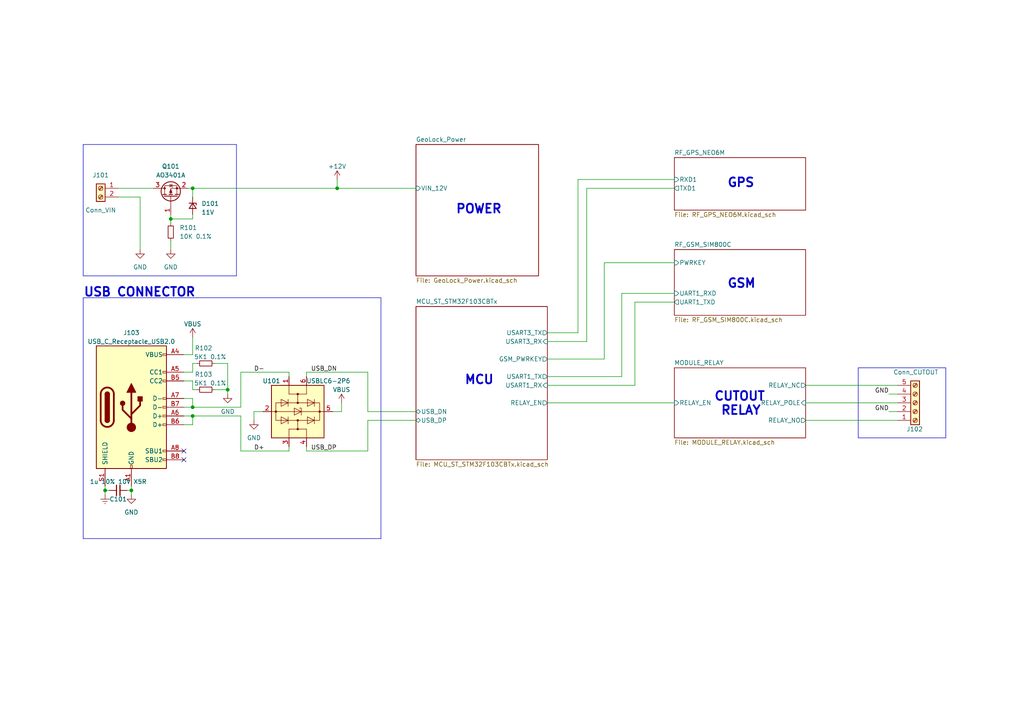
<source format=kicad_sch>
(kicad_sch (version 20230121) (generator eeschema)

  (uuid 80d4c9d2-1c04-4831-bf83-6e9f81c3a88b)

  (paper "A4")

  (title_block
    (title "GeoLock")
    (date "2023-06-28")
    (rev "1.1")
    (company "sudo-junkie")
  )

  (lib_symbols
    (symbol "Connector:Screw_Terminal_01x02" (pin_names (offset 1.016) hide) (in_bom yes) (on_board yes)
      (property "Reference" "J" (at 0 2.54 0)
        (effects (font (size 1.27 1.27)))
      )
      (property "Value" "Screw_Terminal_01x02" (at 0 -5.08 0)
        (effects (font (size 1.27 1.27)))
      )
      (property "Footprint" "" (at 0 0 0)
        (effects (font (size 1.27 1.27)) hide)
      )
      (property "Datasheet" "~" (at 0 0 0)
        (effects (font (size 1.27 1.27)) hide)
      )
      (property "ki_keywords" "screw terminal" (at 0 0 0)
        (effects (font (size 1.27 1.27)) hide)
      )
      (property "ki_description" "Generic screw terminal, single row, 01x02, script generated (kicad-library-utils/schlib/autogen/connector/)" (at 0 0 0)
        (effects (font (size 1.27 1.27)) hide)
      )
      (property "ki_fp_filters" "TerminalBlock*:*" (at 0 0 0)
        (effects (font (size 1.27 1.27)) hide)
      )
      (symbol "Screw_Terminal_01x02_1_1"
        (rectangle (start -1.27 1.27) (end 1.27 -3.81)
          (stroke (width 0.254) (type default))
          (fill (type background))
        )
        (circle (center 0 -2.54) (radius 0.635)
          (stroke (width 0.1524) (type default))
          (fill (type none))
        )
        (polyline
          (pts
            (xy -0.5334 -2.2098)
            (xy 0.3302 -3.048)
          )
          (stroke (width 0.1524) (type default))
          (fill (type none))
        )
        (polyline
          (pts
            (xy -0.5334 0.3302)
            (xy 0.3302 -0.508)
          )
          (stroke (width 0.1524) (type default))
          (fill (type none))
        )
        (polyline
          (pts
            (xy -0.3556 -2.032)
            (xy 0.508 -2.8702)
          )
          (stroke (width 0.1524) (type default))
          (fill (type none))
        )
        (polyline
          (pts
            (xy -0.3556 0.508)
            (xy 0.508 -0.3302)
          )
          (stroke (width 0.1524) (type default))
          (fill (type none))
        )
        (circle (center 0 0) (radius 0.635)
          (stroke (width 0.1524) (type default))
          (fill (type none))
        )
        (pin passive line (at -5.08 0 0) (length 3.81)
          (name "Pin_1" (effects (font (size 1.27 1.27))))
          (number "1" (effects (font (size 1.27 1.27))))
        )
        (pin passive line (at -5.08 -2.54 0) (length 3.81)
          (name "Pin_2" (effects (font (size 1.27 1.27))))
          (number "2" (effects (font (size 1.27 1.27))))
        )
      )
    )
    (symbol "Connector:Screw_Terminal_01x05" (pin_names (offset 1.016) hide) (in_bom yes) (on_board yes)
      (property "Reference" "J" (at 0 7.62 0)
        (effects (font (size 1.27 1.27)))
      )
      (property "Value" "Screw_Terminal_01x05" (at 0 -7.62 0)
        (effects (font (size 1.27 1.27)))
      )
      (property "Footprint" "" (at 0 0 0)
        (effects (font (size 1.27 1.27)) hide)
      )
      (property "Datasheet" "~" (at 0 0 0)
        (effects (font (size 1.27 1.27)) hide)
      )
      (property "ki_keywords" "screw terminal" (at 0 0 0)
        (effects (font (size 1.27 1.27)) hide)
      )
      (property "ki_description" "Generic screw terminal, single row, 01x05, script generated (kicad-library-utils/schlib/autogen/connector/)" (at 0 0 0)
        (effects (font (size 1.27 1.27)) hide)
      )
      (property "ki_fp_filters" "TerminalBlock*:*" (at 0 0 0)
        (effects (font (size 1.27 1.27)) hide)
      )
      (symbol "Screw_Terminal_01x05_1_1"
        (rectangle (start -1.27 6.35) (end 1.27 -6.35)
          (stroke (width 0.254) (type default))
          (fill (type background))
        )
        (circle (center 0 -5.08) (radius 0.635)
          (stroke (width 0.1524) (type default))
          (fill (type none))
        )
        (circle (center 0 -2.54) (radius 0.635)
          (stroke (width 0.1524) (type default))
          (fill (type none))
        )
        (polyline
          (pts
            (xy -0.5334 -4.7498)
            (xy 0.3302 -5.588)
          )
          (stroke (width 0.1524) (type default))
          (fill (type none))
        )
        (polyline
          (pts
            (xy -0.5334 -2.2098)
            (xy 0.3302 -3.048)
          )
          (stroke (width 0.1524) (type default))
          (fill (type none))
        )
        (polyline
          (pts
            (xy -0.5334 0.3302)
            (xy 0.3302 -0.508)
          )
          (stroke (width 0.1524) (type default))
          (fill (type none))
        )
        (polyline
          (pts
            (xy -0.5334 2.8702)
            (xy 0.3302 2.032)
          )
          (stroke (width 0.1524) (type default))
          (fill (type none))
        )
        (polyline
          (pts
            (xy -0.5334 5.4102)
            (xy 0.3302 4.572)
          )
          (stroke (width 0.1524) (type default))
          (fill (type none))
        )
        (polyline
          (pts
            (xy -0.3556 -4.572)
            (xy 0.508 -5.4102)
          )
          (stroke (width 0.1524) (type default))
          (fill (type none))
        )
        (polyline
          (pts
            (xy -0.3556 -2.032)
            (xy 0.508 -2.8702)
          )
          (stroke (width 0.1524) (type default))
          (fill (type none))
        )
        (polyline
          (pts
            (xy -0.3556 0.508)
            (xy 0.508 -0.3302)
          )
          (stroke (width 0.1524) (type default))
          (fill (type none))
        )
        (polyline
          (pts
            (xy -0.3556 3.048)
            (xy 0.508 2.2098)
          )
          (stroke (width 0.1524) (type default))
          (fill (type none))
        )
        (polyline
          (pts
            (xy -0.3556 5.588)
            (xy 0.508 4.7498)
          )
          (stroke (width 0.1524) (type default))
          (fill (type none))
        )
        (circle (center 0 0) (radius 0.635)
          (stroke (width 0.1524) (type default))
          (fill (type none))
        )
        (circle (center 0 2.54) (radius 0.635)
          (stroke (width 0.1524) (type default))
          (fill (type none))
        )
        (circle (center 0 5.08) (radius 0.635)
          (stroke (width 0.1524) (type default))
          (fill (type none))
        )
        (pin passive line (at -5.08 5.08 0) (length 3.81)
          (name "Pin_1" (effects (font (size 1.27 1.27))))
          (number "1" (effects (font (size 1.27 1.27))))
        )
        (pin passive line (at -5.08 2.54 0) (length 3.81)
          (name "Pin_2" (effects (font (size 1.27 1.27))))
          (number "2" (effects (font (size 1.27 1.27))))
        )
        (pin passive line (at -5.08 0 0) (length 3.81)
          (name "Pin_3" (effects (font (size 1.27 1.27))))
          (number "3" (effects (font (size 1.27 1.27))))
        )
        (pin passive line (at -5.08 -2.54 0) (length 3.81)
          (name "Pin_4" (effects (font (size 1.27 1.27))))
          (number "4" (effects (font (size 1.27 1.27))))
        )
        (pin passive line (at -5.08 -5.08 0) (length 3.81)
          (name "Pin_5" (effects (font (size 1.27 1.27))))
          (number "5" (effects (font (size 1.27 1.27))))
        )
      )
    )
    (symbol "Connector:USB_C_Receptacle_USB2.0" (pin_names (offset 1.016)) (in_bom yes) (on_board yes)
      (property "Reference" "J" (at -10.16 19.05 0)
        (effects (font (size 1.27 1.27)) (justify left))
      )
      (property "Value" "USB_C_Receptacle_USB2.0" (at 19.05 19.05 0)
        (effects (font (size 1.27 1.27)) (justify right))
      )
      (property "Footprint" "" (at 3.81 0 0)
        (effects (font (size 1.27 1.27)) hide)
      )
      (property "Datasheet" "https://www.usb.org/sites/default/files/documents/usb_type-c.zip" (at 3.81 0 0)
        (effects (font (size 1.27 1.27)) hide)
      )
      (property "ki_keywords" "usb universal serial bus type-C USB2.0" (at 0 0 0)
        (effects (font (size 1.27 1.27)) hide)
      )
      (property "ki_description" "USB 2.0-only Type-C Receptacle connector" (at 0 0 0)
        (effects (font (size 1.27 1.27)) hide)
      )
      (property "ki_fp_filters" "USB*C*Receptacle*" (at 0 0 0)
        (effects (font (size 1.27 1.27)) hide)
      )
      (symbol "USB_C_Receptacle_USB2.0_0_0"
        (rectangle (start -0.254 -17.78) (end 0.254 -16.764)
          (stroke (width 0) (type default))
          (fill (type none))
        )
        (rectangle (start 10.16 -14.986) (end 9.144 -15.494)
          (stroke (width 0) (type default))
          (fill (type none))
        )
        (rectangle (start 10.16 -12.446) (end 9.144 -12.954)
          (stroke (width 0) (type default))
          (fill (type none))
        )
        (rectangle (start 10.16 -4.826) (end 9.144 -5.334)
          (stroke (width 0) (type default))
          (fill (type none))
        )
        (rectangle (start 10.16 -2.286) (end 9.144 -2.794)
          (stroke (width 0) (type default))
          (fill (type none))
        )
        (rectangle (start 10.16 0.254) (end 9.144 -0.254)
          (stroke (width 0) (type default))
          (fill (type none))
        )
        (rectangle (start 10.16 2.794) (end 9.144 2.286)
          (stroke (width 0) (type default))
          (fill (type none))
        )
        (rectangle (start 10.16 7.874) (end 9.144 7.366)
          (stroke (width 0) (type default))
          (fill (type none))
        )
        (rectangle (start 10.16 10.414) (end 9.144 9.906)
          (stroke (width 0) (type default))
          (fill (type none))
        )
        (rectangle (start 10.16 15.494) (end 9.144 14.986)
          (stroke (width 0) (type default))
          (fill (type none))
        )
      )
      (symbol "USB_C_Receptacle_USB2.0_0_1"
        (rectangle (start -10.16 17.78) (end 10.16 -17.78)
          (stroke (width 0.254) (type default))
          (fill (type background))
        )
        (arc (start -8.89 -3.81) (mid -6.985 -5.7067) (end -5.08 -3.81)
          (stroke (width 0.508) (type default))
          (fill (type none))
        )
        (arc (start -7.62 -3.81) (mid -6.985 -4.4423) (end -6.35 -3.81)
          (stroke (width 0.254) (type default))
          (fill (type none))
        )
        (arc (start -7.62 -3.81) (mid -6.985 -4.4423) (end -6.35 -3.81)
          (stroke (width 0.254) (type default))
          (fill (type outline))
        )
        (rectangle (start -7.62 -3.81) (end -6.35 3.81)
          (stroke (width 0.254) (type default))
          (fill (type outline))
        )
        (arc (start -6.35 3.81) (mid -6.985 4.4423) (end -7.62 3.81)
          (stroke (width 0.254) (type default))
          (fill (type none))
        )
        (arc (start -6.35 3.81) (mid -6.985 4.4423) (end -7.62 3.81)
          (stroke (width 0.254) (type default))
          (fill (type outline))
        )
        (arc (start -5.08 3.81) (mid -6.985 5.7067) (end -8.89 3.81)
          (stroke (width 0.508) (type default))
          (fill (type none))
        )
        (circle (center -2.54 1.143) (radius 0.635)
          (stroke (width 0.254) (type default))
          (fill (type outline))
        )
        (circle (center 0 -5.842) (radius 1.27)
          (stroke (width 0) (type default))
          (fill (type outline))
        )
        (polyline
          (pts
            (xy -8.89 -3.81)
            (xy -8.89 3.81)
          )
          (stroke (width 0.508) (type default))
          (fill (type none))
        )
        (polyline
          (pts
            (xy -5.08 3.81)
            (xy -5.08 -3.81)
          )
          (stroke (width 0.508) (type default))
          (fill (type none))
        )
        (polyline
          (pts
            (xy 0 -5.842)
            (xy 0 4.318)
          )
          (stroke (width 0.508) (type default))
          (fill (type none))
        )
        (polyline
          (pts
            (xy 0 -3.302)
            (xy -2.54 -0.762)
            (xy -2.54 0.508)
          )
          (stroke (width 0.508) (type default))
          (fill (type none))
        )
        (polyline
          (pts
            (xy 0 -2.032)
            (xy 2.54 0.508)
            (xy 2.54 1.778)
          )
          (stroke (width 0.508) (type default))
          (fill (type none))
        )
        (polyline
          (pts
            (xy -1.27 4.318)
            (xy 0 6.858)
            (xy 1.27 4.318)
            (xy -1.27 4.318)
          )
          (stroke (width 0.254) (type default))
          (fill (type outline))
        )
        (rectangle (start 1.905 1.778) (end 3.175 3.048)
          (stroke (width 0.254) (type default))
          (fill (type outline))
        )
      )
      (symbol "USB_C_Receptacle_USB2.0_1_1"
        (pin passive line (at 0 -22.86 90) (length 5.08)
          (name "GND" (effects (font (size 1.27 1.27))))
          (number "A1" (effects (font (size 1.27 1.27))))
        )
        (pin passive line (at 0 -22.86 90) (length 5.08) hide
          (name "GND" (effects (font (size 1.27 1.27))))
          (number "A12" (effects (font (size 1.27 1.27))))
        )
        (pin passive line (at 15.24 15.24 180) (length 5.08)
          (name "VBUS" (effects (font (size 1.27 1.27))))
          (number "A4" (effects (font (size 1.27 1.27))))
        )
        (pin bidirectional line (at 15.24 10.16 180) (length 5.08)
          (name "CC1" (effects (font (size 1.27 1.27))))
          (number "A5" (effects (font (size 1.27 1.27))))
        )
        (pin bidirectional line (at 15.24 -2.54 180) (length 5.08)
          (name "D+" (effects (font (size 1.27 1.27))))
          (number "A6" (effects (font (size 1.27 1.27))))
        )
        (pin bidirectional line (at 15.24 2.54 180) (length 5.08)
          (name "D-" (effects (font (size 1.27 1.27))))
          (number "A7" (effects (font (size 1.27 1.27))))
        )
        (pin bidirectional line (at 15.24 -12.7 180) (length 5.08)
          (name "SBU1" (effects (font (size 1.27 1.27))))
          (number "A8" (effects (font (size 1.27 1.27))))
        )
        (pin passive line (at 15.24 15.24 180) (length 5.08) hide
          (name "VBUS" (effects (font (size 1.27 1.27))))
          (number "A9" (effects (font (size 1.27 1.27))))
        )
        (pin passive line (at 0 -22.86 90) (length 5.08) hide
          (name "GND" (effects (font (size 1.27 1.27))))
          (number "B1" (effects (font (size 1.27 1.27))))
        )
        (pin passive line (at 0 -22.86 90) (length 5.08) hide
          (name "GND" (effects (font (size 1.27 1.27))))
          (number "B12" (effects (font (size 1.27 1.27))))
        )
        (pin passive line (at 15.24 15.24 180) (length 5.08) hide
          (name "VBUS" (effects (font (size 1.27 1.27))))
          (number "B4" (effects (font (size 1.27 1.27))))
        )
        (pin bidirectional line (at 15.24 7.62 180) (length 5.08)
          (name "CC2" (effects (font (size 1.27 1.27))))
          (number "B5" (effects (font (size 1.27 1.27))))
        )
        (pin bidirectional line (at 15.24 -5.08 180) (length 5.08)
          (name "D+" (effects (font (size 1.27 1.27))))
          (number "B6" (effects (font (size 1.27 1.27))))
        )
        (pin bidirectional line (at 15.24 0 180) (length 5.08)
          (name "D-" (effects (font (size 1.27 1.27))))
          (number "B7" (effects (font (size 1.27 1.27))))
        )
        (pin bidirectional line (at 15.24 -15.24 180) (length 5.08)
          (name "SBU2" (effects (font (size 1.27 1.27))))
          (number "B8" (effects (font (size 1.27 1.27))))
        )
        (pin passive line (at 15.24 15.24 180) (length 5.08) hide
          (name "VBUS" (effects (font (size 1.27 1.27))))
          (number "B9" (effects (font (size 1.27 1.27))))
        )
        (pin passive line (at -7.62 -22.86 90) (length 5.08)
          (name "SHIELD" (effects (font (size 1.27 1.27))))
          (number "S1" (effects (font (size 1.27 1.27))))
        )
      )
    )
    (symbol "Device:C_Small" (pin_numbers hide) (pin_names (offset 0.254) hide) (in_bom yes) (on_board yes)
      (property "Reference" "C" (at 0.254 1.778 0)
        (effects (font (size 1.27 1.27)) (justify left))
      )
      (property "Value" "C_Small" (at 0.254 -2.032 0)
        (effects (font (size 1.27 1.27)) (justify left))
      )
      (property "Footprint" "" (at 0 0 0)
        (effects (font (size 1.27 1.27)) hide)
      )
      (property "Datasheet" "~" (at 0 0 0)
        (effects (font (size 1.27 1.27)) hide)
      )
      (property "ki_keywords" "capacitor cap" (at 0 0 0)
        (effects (font (size 1.27 1.27)) hide)
      )
      (property "ki_description" "Unpolarized capacitor, small symbol" (at 0 0 0)
        (effects (font (size 1.27 1.27)) hide)
      )
      (property "ki_fp_filters" "C_*" (at 0 0 0)
        (effects (font (size 1.27 1.27)) hide)
      )
      (symbol "C_Small_0_1"
        (polyline
          (pts
            (xy -1.524 -0.508)
            (xy 1.524 -0.508)
          )
          (stroke (width 0.3302) (type default))
          (fill (type none))
        )
        (polyline
          (pts
            (xy -1.524 0.508)
            (xy 1.524 0.508)
          )
          (stroke (width 0.3048) (type default))
          (fill (type none))
        )
      )
      (symbol "C_Small_1_1"
        (pin passive line (at 0 2.54 270) (length 2.032)
          (name "~" (effects (font (size 1.27 1.27))))
          (number "1" (effects (font (size 1.27 1.27))))
        )
        (pin passive line (at 0 -2.54 90) (length 2.032)
          (name "~" (effects (font (size 1.27 1.27))))
          (number "2" (effects (font (size 1.27 1.27))))
        )
      )
    )
    (symbol "Device:D_Zener_Small" (pin_numbers hide) (pin_names (offset 0.254) hide) (in_bom yes) (on_board yes)
      (property "Reference" "D" (at 0 2.286 0)
        (effects (font (size 1.27 1.27)))
      )
      (property "Value" "D_Zener_Small" (at 0 -2.286 0)
        (effects (font (size 1.27 1.27)))
      )
      (property "Footprint" "" (at 0 0 90)
        (effects (font (size 1.27 1.27)) hide)
      )
      (property "Datasheet" "~" (at 0 0 90)
        (effects (font (size 1.27 1.27)) hide)
      )
      (property "ki_keywords" "diode" (at 0 0 0)
        (effects (font (size 1.27 1.27)) hide)
      )
      (property "ki_description" "Zener diode, small symbol" (at 0 0 0)
        (effects (font (size 1.27 1.27)) hide)
      )
      (property "ki_fp_filters" "TO-???* *_Diode_* *SingleDiode* D_*" (at 0 0 0)
        (effects (font (size 1.27 1.27)) hide)
      )
      (symbol "D_Zener_Small_0_1"
        (polyline
          (pts
            (xy 0.762 0)
            (xy -0.762 0)
          )
          (stroke (width 0) (type default))
          (fill (type none))
        )
        (polyline
          (pts
            (xy -0.254 1.016)
            (xy -0.762 1.016)
            (xy -0.762 -1.016)
          )
          (stroke (width 0.254) (type default))
          (fill (type none))
        )
        (polyline
          (pts
            (xy 0.762 1.016)
            (xy -0.762 0)
            (xy 0.762 -1.016)
            (xy 0.762 1.016)
          )
          (stroke (width 0.254) (type default))
          (fill (type none))
        )
      )
      (symbol "D_Zener_Small_1_1"
        (pin passive line (at -2.54 0 0) (length 1.778)
          (name "K" (effects (font (size 1.27 1.27))))
          (number "1" (effects (font (size 1.27 1.27))))
        )
        (pin passive line (at 2.54 0 180) (length 1.778)
          (name "A" (effects (font (size 1.27 1.27))))
          (number "2" (effects (font (size 1.27 1.27))))
        )
      )
    )
    (symbol "Device:R_Small" (pin_numbers hide) (pin_names (offset 0.254) hide) (in_bom yes) (on_board yes)
      (property "Reference" "R" (at 0.762 0.508 0)
        (effects (font (size 1.27 1.27)) (justify left))
      )
      (property "Value" "R_Small" (at 0.762 -1.016 0)
        (effects (font (size 1.27 1.27)) (justify left))
      )
      (property "Footprint" "" (at 0 0 0)
        (effects (font (size 1.27 1.27)) hide)
      )
      (property "Datasheet" "~" (at 0 0 0)
        (effects (font (size 1.27 1.27)) hide)
      )
      (property "ki_keywords" "R resistor" (at 0 0 0)
        (effects (font (size 1.27 1.27)) hide)
      )
      (property "ki_description" "Resistor, small symbol" (at 0 0 0)
        (effects (font (size 1.27 1.27)) hide)
      )
      (property "ki_fp_filters" "R_*" (at 0 0 0)
        (effects (font (size 1.27 1.27)) hide)
      )
      (symbol "R_Small_0_1"
        (rectangle (start -0.762 1.778) (end 0.762 -1.778)
          (stroke (width 0.2032) (type default))
          (fill (type none))
        )
      )
      (symbol "R_Small_1_1"
        (pin passive line (at 0 2.54 270) (length 0.762)
          (name "~" (effects (font (size 1.27 1.27))))
          (number "1" (effects (font (size 1.27 1.27))))
        )
        (pin passive line (at 0 -2.54 90) (length 0.762)
          (name "~" (effects (font (size 1.27 1.27))))
          (number "2" (effects (font (size 1.27 1.27))))
        )
      )
    )
    (symbol "Power_Protection:USBLC6-2P6" (pin_names hide) (in_bom yes) (on_board yes)
      (property "Reference" "U" (at 2.54 8.89 0)
        (effects (font (size 1.27 1.27)) (justify left))
      )
      (property "Value" "USBLC6-2P6" (at 2.54 -8.89 0)
        (effects (font (size 1.27 1.27)) (justify left))
      )
      (property "Footprint" "Package_TO_SOT_SMD:SOT-666" (at 0 -12.7 0)
        (effects (font (size 1.27 1.27)) hide)
      )
      (property "Datasheet" "https://www.st.com/resource/en/datasheet/usblc6-2.pdf" (at 5.08 8.89 0)
        (effects (font (size 1.27 1.27)) hide)
      )
      (property "ki_keywords" "usb ethernet video" (at 0 0 0)
        (effects (font (size 1.27 1.27)) hide)
      )
      (property "ki_description" "Very low capacitance ESD protection diode, 2 data-line, SOT-666" (at 0 0 0)
        (effects (font (size 1.27 1.27)) hide)
      )
      (property "ki_fp_filters" "SOT?666*" (at 0 0 0)
        (effects (font (size 1.27 1.27)) hide)
      )
      (symbol "USBLC6-2P6_0_1"
        (rectangle (start -7.62 -7.62) (end 7.62 7.62)
          (stroke (width 0.254) (type default))
          (fill (type background))
        )
        (circle (center -5.08 0) (radius 0.254)
          (stroke (width 0) (type default))
          (fill (type outline))
        )
        (circle (center -2.54 0) (radius 0.254)
          (stroke (width 0) (type default))
          (fill (type outline))
        )
        (rectangle (start -2.54 6.35) (end 2.54 -6.35)
          (stroke (width 0) (type default))
          (fill (type none))
        )
        (circle (center 0 -6.35) (radius 0.254)
          (stroke (width 0) (type default))
          (fill (type outline))
        )
        (polyline
          (pts
            (xy -5.08 -2.54)
            (xy -7.62 -2.54)
          )
          (stroke (width 0) (type default))
          (fill (type none))
        )
        (polyline
          (pts
            (xy -5.08 0)
            (xy -5.08 -2.54)
          )
          (stroke (width 0) (type default))
          (fill (type none))
        )
        (polyline
          (pts
            (xy -5.08 2.54)
            (xy -7.62 2.54)
          )
          (stroke (width 0) (type default))
          (fill (type none))
        )
        (polyline
          (pts
            (xy -1.524 -2.794)
            (xy -3.556 -2.794)
          )
          (stroke (width 0) (type default))
          (fill (type none))
        )
        (polyline
          (pts
            (xy -1.524 4.826)
            (xy -3.556 4.826)
          )
          (stroke (width 0) (type default))
          (fill (type none))
        )
        (polyline
          (pts
            (xy 0 -7.62)
            (xy 0 -6.35)
          )
          (stroke (width 0) (type default))
          (fill (type none))
        )
        (polyline
          (pts
            (xy 0 -6.35)
            (xy 0 1.27)
          )
          (stroke (width 0) (type default))
          (fill (type none))
        )
        (polyline
          (pts
            (xy 0 1.27)
            (xy 0 6.35)
          )
          (stroke (width 0) (type default))
          (fill (type none))
        )
        (polyline
          (pts
            (xy 0 6.35)
            (xy 0 7.62)
          )
          (stroke (width 0) (type default))
          (fill (type none))
        )
        (polyline
          (pts
            (xy 1.524 -2.794)
            (xy 3.556 -2.794)
          )
          (stroke (width 0) (type default))
          (fill (type none))
        )
        (polyline
          (pts
            (xy 1.524 4.826)
            (xy 3.556 4.826)
          )
          (stroke (width 0) (type default))
          (fill (type none))
        )
        (polyline
          (pts
            (xy 5.08 -2.54)
            (xy 7.62 -2.54)
          )
          (stroke (width 0) (type default))
          (fill (type none))
        )
        (polyline
          (pts
            (xy 5.08 0)
            (xy 5.08 -2.54)
          )
          (stroke (width 0) (type default))
          (fill (type none))
        )
        (polyline
          (pts
            (xy 5.08 2.54)
            (xy 7.62 2.54)
          )
          (stroke (width 0) (type default))
          (fill (type none))
        )
        (polyline
          (pts
            (xy -2.54 0)
            (xy -5.08 0)
            (xy -5.08 2.54)
          )
          (stroke (width 0) (type default))
          (fill (type none))
        )
        (polyline
          (pts
            (xy 2.54 0)
            (xy 5.08 0)
            (xy 5.08 2.54)
          )
          (stroke (width 0) (type default))
          (fill (type none))
        )
        (polyline
          (pts
            (xy -3.556 -4.826)
            (xy -1.524 -4.826)
            (xy -2.54 -2.794)
            (xy -3.556 -4.826)
          )
          (stroke (width 0) (type default))
          (fill (type none))
        )
        (polyline
          (pts
            (xy -3.556 2.794)
            (xy -1.524 2.794)
            (xy -2.54 4.826)
            (xy -3.556 2.794)
          )
          (stroke (width 0) (type default))
          (fill (type none))
        )
        (polyline
          (pts
            (xy -1.016 -1.016)
            (xy 1.016 -1.016)
            (xy 0 1.016)
            (xy -1.016 -1.016)
          )
          (stroke (width 0) (type default))
          (fill (type none))
        )
        (polyline
          (pts
            (xy 1.016 1.016)
            (xy 0.762 1.016)
            (xy -1.016 1.016)
            (xy -1.016 0.508)
          )
          (stroke (width 0) (type default))
          (fill (type none))
        )
        (polyline
          (pts
            (xy 3.556 -4.826)
            (xy 1.524 -4.826)
            (xy 2.54 -2.794)
            (xy 3.556 -4.826)
          )
          (stroke (width 0) (type default))
          (fill (type none))
        )
        (polyline
          (pts
            (xy 3.556 2.794)
            (xy 1.524 2.794)
            (xy 2.54 4.826)
            (xy 3.556 2.794)
          )
          (stroke (width 0) (type default))
          (fill (type none))
        )
        (circle (center 0 6.35) (radius 0.254)
          (stroke (width 0) (type default))
          (fill (type outline))
        )
        (circle (center 2.54 0) (radius 0.254)
          (stroke (width 0) (type default))
          (fill (type outline))
        )
        (circle (center 5.08 0) (radius 0.254)
          (stroke (width 0) (type default))
          (fill (type outline))
        )
      )
      (symbol "USBLC6-2P6_1_1"
        (pin passive line (at -10.16 -2.54 0) (length 2.54)
          (name "I/O1" (effects (font (size 1.27 1.27))))
          (number "1" (effects (font (size 1.27 1.27))))
        )
        (pin passive line (at 0 -10.16 90) (length 2.54)
          (name "GND" (effects (font (size 1.27 1.27))))
          (number "2" (effects (font (size 1.27 1.27))))
        )
        (pin passive line (at 10.16 -2.54 180) (length 2.54)
          (name "I/O2" (effects (font (size 1.27 1.27))))
          (number "3" (effects (font (size 1.27 1.27))))
        )
        (pin passive line (at 10.16 2.54 180) (length 2.54)
          (name "I/O2" (effects (font (size 1.27 1.27))))
          (number "4" (effects (font (size 1.27 1.27))))
        )
        (pin passive line (at 0 10.16 270) (length 2.54)
          (name "VBUS" (effects (font (size 1.27 1.27))))
          (number "5" (effects (font (size 1.27 1.27))))
        )
        (pin passive line (at -10.16 2.54 0) (length 2.54)
          (name "I/O1" (effects (font (size 1.27 1.27))))
          (number "6" (effects (font (size 1.27 1.27))))
        )
      )
    )
    (symbol "Transistor_FET:AO3401A" (pin_names hide) (in_bom yes) (on_board yes)
      (property "Reference" "Q" (at 5.08 1.905 0)
        (effects (font (size 1.27 1.27)) (justify left))
      )
      (property "Value" "AO3401A" (at 5.08 0 0)
        (effects (font (size 1.27 1.27)) (justify left))
      )
      (property "Footprint" "Package_TO_SOT_SMD:SOT-23" (at 5.08 -1.905 0)
        (effects (font (size 1.27 1.27) italic) (justify left) hide)
      )
      (property "Datasheet" "http://www.aosmd.com/pdfs/datasheet/AO3401A.pdf" (at 0 0 0)
        (effects (font (size 1.27 1.27)) (justify left) hide)
      )
      (property "ki_keywords" "P-Channel MOSFET" (at 0 0 0)
        (effects (font (size 1.27 1.27)) hide)
      )
      (property "ki_description" "-4.0A Id, -30V Vds, P-Channel MOSFET, SOT-23" (at 0 0 0)
        (effects (font (size 1.27 1.27)) hide)
      )
      (property "ki_fp_filters" "SOT?23*" (at 0 0 0)
        (effects (font (size 1.27 1.27)) hide)
      )
      (symbol "AO3401A_0_1"
        (polyline
          (pts
            (xy 0.254 0)
            (xy -2.54 0)
          )
          (stroke (width 0) (type default))
          (fill (type none))
        )
        (polyline
          (pts
            (xy 0.254 1.905)
            (xy 0.254 -1.905)
          )
          (stroke (width 0.254) (type default))
          (fill (type none))
        )
        (polyline
          (pts
            (xy 0.762 -1.27)
            (xy 0.762 -2.286)
          )
          (stroke (width 0.254) (type default))
          (fill (type none))
        )
        (polyline
          (pts
            (xy 0.762 0.508)
            (xy 0.762 -0.508)
          )
          (stroke (width 0.254) (type default))
          (fill (type none))
        )
        (polyline
          (pts
            (xy 0.762 2.286)
            (xy 0.762 1.27)
          )
          (stroke (width 0.254) (type default))
          (fill (type none))
        )
        (polyline
          (pts
            (xy 2.54 2.54)
            (xy 2.54 1.778)
          )
          (stroke (width 0) (type default))
          (fill (type none))
        )
        (polyline
          (pts
            (xy 2.54 -2.54)
            (xy 2.54 0)
            (xy 0.762 0)
          )
          (stroke (width 0) (type default))
          (fill (type none))
        )
        (polyline
          (pts
            (xy 0.762 1.778)
            (xy 3.302 1.778)
            (xy 3.302 -1.778)
            (xy 0.762 -1.778)
          )
          (stroke (width 0) (type default))
          (fill (type none))
        )
        (polyline
          (pts
            (xy 2.286 0)
            (xy 1.27 0.381)
            (xy 1.27 -0.381)
            (xy 2.286 0)
          )
          (stroke (width 0) (type default))
          (fill (type outline))
        )
        (polyline
          (pts
            (xy 2.794 -0.508)
            (xy 2.921 -0.381)
            (xy 3.683 -0.381)
            (xy 3.81 -0.254)
          )
          (stroke (width 0) (type default))
          (fill (type none))
        )
        (polyline
          (pts
            (xy 3.302 -0.381)
            (xy 2.921 0.254)
            (xy 3.683 0.254)
            (xy 3.302 -0.381)
          )
          (stroke (width 0) (type default))
          (fill (type none))
        )
        (circle (center 1.651 0) (radius 2.794)
          (stroke (width 0.254) (type default))
          (fill (type none))
        )
        (circle (center 2.54 -1.778) (radius 0.254)
          (stroke (width 0) (type default))
          (fill (type outline))
        )
        (circle (center 2.54 1.778) (radius 0.254)
          (stroke (width 0) (type default))
          (fill (type outline))
        )
      )
      (symbol "AO3401A_1_1"
        (pin input line (at -5.08 0 0) (length 2.54)
          (name "G" (effects (font (size 1.27 1.27))))
          (number "1" (effects (font (size 1.27 1.27))))
        )
        (pin passive line (at 2.54 -5.08 90) (length 2.54)
          (name "S" (effects (font (size 1.27 1.27))))
          (number "2" (effects (font (size 1.27 1.27))))
        )
        (pin passive line (at 2.54 5.08 270) (length 2.54)
          (name "D" (effects (font (size 1.27 1.27))))
          (number "3" (effects (font (size 1.27 1.27))))
        )
      )
    )
    (symbol "power:+12V" (power) (pin_names (offset 0)) (in_bom yes) (on_board yes)
      (property "Reference" "#PWR" (at 0 -3.81 0)
        (effects (font (size 1.27 1.27)) hide)
      )
      (property "Value" "+12V" (at 0 3.556 0)
        (effects (font (size 1.27 1.27)))
      )
      (property "Footprint" "" (at 0 0 0)
        (effects (font (size 1.27 1.27)) hide)
      )
      (property "Datasheet" "" (at 0 0 0)
        (effects (font (size 1.27 1.27)) hide)
      )
      (property "ki_keywords" "global power" (at 0 0 0)
        (effects (font (size 1.27 1.27)) hide)
      )
      (property "ki_description" "Power symbol creates a global label with name \"+12V\"" (at 0 0 0)
        (effects (font (size 1.27 1.27)) hide)
      )
      (symbol "+12V_0_1"
        (polyline
          (pts
            (xy -0.762 1.27)
            (xy 0 2.54)
          )
          (stroke (width 0) (type default))
          (fill (type none))
        )
        (polyline
          (pts
            (xy 0 0)
            (xy 0 2.54)
          )
          (stroke (width 0) (type default))
          (fill (type none))
        )
        (polyline
          (pts
            (xy 0 2.54)
            (xy 0.762 1.27)
          )
          (stroke (width 0) (type default))
          (fill (type none))
        )
      )
      (symbol "+12V_1_1"
        (pin power_in line (at 0 0 90) (length 0) hide
          (name "+12V" (effects (font (size 1.27 1.27))))
          (number "1" (effects (font (size 1.27 1.27))))
        )
      )
    )
    (symbol "power:Earth" (power) (pin_names (offset 0)) (in_bom yes) (on_board yes)
      (property "Reference" "#PWR" (at 0 -6.35 0)
        (effects (font (size 1.27 1.27)) hide)
      )
      (property "Value" "Earth" (at 0 -3.81 0)
        (effects (font (size 1.27 1.27)) hide)
      )
      (property "Footprint" "" (at 0 0 0)
        (effects (font (size 1.27 1.27)) hide)
      )
      (property "Datasheet" "~" (at 0 0 0)
        (effects (font (size 1.27 1.27)) hide)
      )
      (property "ki_keywords" "global ground gnd" (at 0 0 0)
        (effects (font (size 1.27 1.27)) hide)
      )
      (property "ki_description" "Power symbol creates a global label with name \"Earth\"" (at 0 0 0)
        (effects (font (size 1.27 1.27)) hide)
      )
      (symbol "Earth_0_1"
        (polyline
          (pts
            (xy -0.635 -1.905)
            (xy 0.635 -1.905)
          )
          (stroke (width 0) (type default))
          (fill (type none))
        )
        (polyline
          (pts
            (xy -0.127 -2.54)
            (xy 0.127 -2.54)
          )
          (stroke (width 0) (type default))
          (fill (type none))
        )
        (polyline
          (pts
            (xy 0 -1.27)
            (xy 0 0)
          )
          (stroke (width 0) (type default))
          (fill (type none))
        )
        (polyline
          (pts
            (xy 1.27 -1.27)
            (xy -1.27 -1.27)
          )
          (stroke (width 0) (type default))
          (fill (type none))
        )
      )
      (symbol "Earth_1_1"
        (pin power_in line (at 0 0 270) (length 0) hide
          (name "Earth" (effects (font (size 1.27 1.27))))
          (number "1" (effects (font (size 1.27 1.27))))
        )
      )
    )
    (symbol "power:GND" (power) (pin_names (offset 0)) (in_bom yes) (on_board yes)
      (property "Reference" "#PWR" (at 0 -6.35 0)
        (effects (font (size 1.27 1.27)) hide)
      )
      (property "Value" "GND" (at 0 -3.81 0)
        (effects (font (size 1.27 1.27)))
      )
      (property "Footprint" "" (at 0 0 0)
        (effects (font (size 1.27 1.27)) hide)
      )
      (property "Datasheet" "" (at 0 0 0)
        (effects (font (size 1.27 1.27)) hide)
      )
      (property "ki_keywords" "global power" (at 0 0 0)
        (effects (font (size 1.27 1.27)) hide)
      )
      (property "ki_description" "Power symbol creates a global label with name \"GND\" , ground" (at 0 0 0)
        (effects (font (size 1.27 1.27)) hide)
      )
      (symbol "GND_0_1"
        (polyline
          (pts
            (xy 0 0)
            (xy 0 -1.27)
            (xy 1.27 -1.27)
            (xy 0 -2.54)
            (xy -1.27 -1.27)
            (xy 0 -1.27)
          )
          (stroke (width 0) (type default))
          (fill (type none))
        )
      )
      (symbol "GND_1_1"
        (pin power_in line (at 0 0 270) (length 0) hide
          (name "GND" (effects (font (size 1.27 1.27))))
          (number "1" (effects (font (size 1.27 1.27))))
        )
      )
    )
    (symbol "power:VBUS" (power) (pin_names (offset 0)) (in_bom yes) (on_board yes)
      (property "Reference" "#PWR" (at 0 -3.81 0)
        (effects (font (size 1.27 1.27)) hide)
      )
      (property "Value" "VBUS" (at 0 3.81 0)
        (effects (font (size 1.27 1.27)))
      )
      (property "Footprint" "" (at 0 0 0)
        (effects (font (size 1.27 1.27)) hide)
      )
      (property "Datasheet" "" (at 0 0 0)
        (effects (font (size 1.27 1.27)) hide)
      )
      (property "ki_keywords" "global power" (at 0 0 0)
        (effects (font (size 1.27 1.27)) hide)
      )
      (property "ki_description" "Power symbol creates a global label with name \"VBUS\"" (at 0 0 0)
        (effects (font (size 1.27 1.27)) hide)
      )
      (symbol "VBUS_0_1"
        (polyline
          (pts
            (xy -0.762 1.27)
            (xy 0 2.54)
          )
          (stroke (width 0) (type default))
          (fill (type none))
        )
        (polyline
          (pts
            (xy 0 0)
            (xy 0 2.54)
          )
          (stroke (width 0) (type default))
          (fill (type none))
        )
        (polyline
          (pts
            (xy 0 2.54)
            (xy 0.762 1.27)
          )
          (stroke (width 0) (type default))
          (fill (type none))
        )
      )
      (symbol "VBUS_1_1"
        (pin power_in line (at 0 0 90) (length 0) hide
          (name "VBUS" (effects (font (size 1.27 1.27))))
          (number "1" (effects (font (size 1.27 1.27))))
        )
      )
    )
  )

  (junction (at 49.53 63.5) (diameter 0) (color 0 0 0 0)
    (uuid 157c2b59-695f-4b1d-8466-dd072e9b3769)
  )
  (junction (at 55.88 54.61) (diameter 0) (color 0 0 0 0)
    (uuid 1a91ac7a-80da-4c1c-8f32-048b4218dd0b)
  )
  (junction (at 66.04 113.03) (diameter 0) (color 0 0 0 0)
    (uuid 405deb55-5ed6-4d7d-98ef-13946210b325)
  )
  (junction (at 55.88 120.65) (diameter 0) (color 0 0 0 0)
    (uuid 55e02b80-421b-43a8-aa6e-c1d6148dc536)
  )
  (junction (at 30.48 142.24) (diameter 0) (color 0 0 0 0)
    (uuid 732b5850-920d-4811-91ca-c5a698299a2f)
  )
  (junction (at 38.1 142.24) (diameter 0) (color 0 0 0 0)
    (uuid b116058d-ec04-4c72-ac3c-d51fbafb888a)
  )
  (junction (at 97.79 54.61) (diameter 0) (color 0 0 0 0)
    (uuid b6cb8f1b-ba58-40a5-a809-155971421464)
  )
  (junction (at 55.88 118.11) (diameter 0) (color 0 0 0 0)
    (uuid dbd3b86c-8209-429c-8a4f-2d6c5e6793bf)
  )

  (no_connect (at 53.34 130.81) (uuid adc21039-b49e-44d6-9b6d-5b3d12c15190))
  (no_connect (at 53.34 133.35) (uuid dcb25cd8-b7b7-4a51-bd1d-78fe405b462d))

  (wire (pts (xy 55.88 118.11) (xy 53.34 118.11))
    (stroke (width 0) (type default))
    (uuid 03734391-a665-415a-8030-a6bd3692404c)
  )
  (wire (pts (xy 99.06 119.38) (xy 99.06 116.84))
    (stroke (width 0) (type default))
    (uuid 0af1dcb6-56d1-4aa2-9d83-4f2566fe993c)
  )
  (wire (pts (xy 233.68 116.84) (xy 260.35 116.84))
    (stroke (width 0) (type default))
    (uuid 0d4b1316-e3e3-40b3-95f1-83c990f2c61a)
  )
  (wire (pts (xy 53.34 107.95) (xy 55.88 107.95))
    (stroke (width 0) (type default))
    (uuid 11d1dd3a-e517-4b4f-aa04-4c3923b4eb5c)
  )
  (wire (pts (xy 53.34 110.49) (xy 55.88 110.49))
    (stroke (width 0) (type default))
    (uuid 13e2415a-ec4a-457a-8a97-48761bfc759b)
  )
  (wire (pts (xy 55.88 54.61) (xy 97.79 54.61))
    (stroke (width 0) (type default))
    (uuid 146fbbfb-d8c9-4882-bf23-066183e637f7)
  )
  (wire (pts (xy 40.64 57.15) (xy 40.64 72.39))
    (stroke (width 0) (type default))
    (uuid 168af501-1bcf-4f62-b85c-dea680eb46bb)
  )
  (wire (pts (xy 106.68 121.92) (xy 120.65 121.92))
    (stroke (width 0) (type default))
    (uuid 1734a1b0-afda-4bf8-96a9-7fb0d18cba2f)
  )
  (wire (pts (xy 62.23 113.03) (xy 66.04 113.03))
    (stroke (width 0) (type default))
    (uuid 196fa7f1-dfec-48e7-913b-abcafac51eff)
  )
  (wire (pts (xy 233.68 111.76) (xy 260.35 111.76))
    (stroke (width 0) (type default))
    (uuid 1c750513-46dd-4f4d-bd20-3c62d4d357a8)
  )
  (wire (pts (xy 180.34 109.22) (xy 158.75 109.22))
    (stroke (width 0) (type default))
    (uuid 1fdad628-6280-4a89-875a-74ea586689b2)
  )
  (wire (pts (xy 233.68 121.92) (xy 260.35 121.92))
    (stroke (width 0) (type default))
    (uuid 21205d94-bae9-4c1a-872a-4f130d8a9d6f)
  )
  (polyline (pts (xy 24.13 86.36) (xy 110.49 86.36))
    (stroke (width 0) (type default))
    (uuid 2211c4f9-54a7-44a9-baff-f3ca3f7d4f88)
  )

  (wire (pts (xy 55.88 123.19) (xy 53.34 123.19))
    (stroke (width 0) (type default))
    (uuid 24a356a5-6552-45c5-ac76-a4c6bacbda15)
  )
  (polyline (pts (xy 110.49 86.36) (xy 110.49 156.21))
    (stroke (width 0) (type default))
    (uuid 24bf088e-62ac-4472-947e-a30d30ee803b)
  )

  (wire (pts (xy 184.15 87.63) (xy 195.58 87.63))
    (stroke (width 0) (type default))
    (uuid 2964d915-6863-470b-a7df-862785678fd7)
  )
  (wire (pts (xy 195.58 54.61) (xy 170.18 54.61))
    (stroke (width 0) (type default))
    (uuid 29697476-b2b7-4fa3-acdb-e861c6fbc188)
  )
  (wire (pts (xy 55.88 113.03) (xy 57.15 113.03))
    (stroke (width 0) (type default))
    (uuid 31040e1a-2586-46ff-af05-3f8ef8c5a017)
  )
  (wire (pts (xy 106.68 119.38) (xy 120.65 119.38))
    (stroke (width 0) (type default))
    (uuid 31639c37-4161-4018-83d4-3ebfa38c9f3a)
  )
  (wire (pts (xy 62.23 105.41) (xy 66.04 105.41))
    (stroke (width 0) (type default))
    (uuid 38b8db43-494d-4966-b018-1fec03135f29)
  )
  (wire (pts (xy 170.18 99.06) (xy 158.75 99.06))
    (stroke (width 0) (type default))
    (uuid 39553192-20b1-42c7-a41f-f96ff7d35981)
  )
  (wire (pts (xy 69.85 120.65) (xy 69.85 130.81))
    (stroke (width 0) (type default))
    (uuid 3a4bd34f-604f-4b7b-8592-1020fd751b4e)
  )
  (polyline (pts (xy 24.13 41.91) (xy 68.58 41.91))
    (stroke (width 0) (type default))
    (uuid 3ec674d2-2db1-4360-890e-b54a61cdfdec)
  )

  (wire (pts (xy 180.34 85.09) (xy 180.34 109.22))
    (stroke (width 0) (type default))
    (uuid 42294381-fb1c-4249-8339-831a6a9e5be3)
  )
  (wire (pts (xy 175.26 104.14) (xy 175.26 76.2))
    (stroke (width 0) (type default))
    (uuid 44709b39-f48f-42d3-95e0-f87da96ebbd4)
  )
  (wire (pts (xy 69.85 130.81) (xy 83.82 130.81))
    (stroke (width 0) (type default))
    (uuid 482c8d2e-9355-4085-ab25-c1b9c46d616a)
  )
  (wire (pts (xy 55.88 110.49) (xy 55.88 113.03))
    (stroke (width 0) (type default))
    (uuid 4c7a3cb2-c408-4a5a-b898-4d3d5320fb4f)
  )
  (wire (pts (xy 158.75 111.76) (xy 184.15 111.76))
    (stroke (width 0) (type default))
    (uuid 51728047-f134-46a5-b18a-a19c9308c443)
  )
  (wire (pts (xy 34.29 57.15) (xy 40.64 57.15))
    (stroke (width 0) (type default))
    (uuid 519bd0f6-e7e3-43ec-9d4c-5537abc9d22d)
  )
  (wire (pts (xy 30.48 142.24) (xy 31.75 142.24))
    (stroke (width 0) (type default))
    (uuid 525726a2-2b13-4d4c-9ce4-9a9dff32ff3f)
  )
  (polyline (pts (xy 248.92 106.68) (xy 274.32 106.68))
    (stroke (width 0) (type default))
    (uuid 530f1a88-8896-4218-99cf-d34889cf57cf)
  )
  (polyline (pts (xy 248.92 127) (xy 248.92 106.68))
    (stroke (width 0) (type default))
    (uuid 5dd4f44f-ba40-4e9f-b6c9-844b83fe43b8)
  )

  (wire (pts (xy 49.53 63.5) (xy 49.53 64.77))
    (stroke (width 0) (type default))
    (uuid 5ea780a7-e5cc-4d4a-a84f-948ac2653739)
  )
  (wire (pts (xy 97.79 52.07) (xy 97.79 54.61))
    (stroke (width 0) (type default))
    (uuid 60c1de21-10df-4af3-8ca6-847e511ffcc4)
  )
  (wire (pts (xy 88.9 130.81) (xy 88.9 129.54))
    (stroke (width 0) (type default))
    (uuid 61155992-c2f2-4aa0-9095-517eb94cfbfb)
  )
  (wire (pts (xy 88.9 107.95) (xy 106.68 107.95))
    (stroke (width 0) (type default))
    (uuid 64da34b8-ebc8-414e-a5e0-c3a53f138096)
  )
  (wire (pts (xy 55.88 120.65) (xy 55.88 123.19))
    (stroke (width 0) (type default))
    (uuid 6a58b1e3-3064-4769-b3eb-e9e9039e518e)
  )
  (wire (pts (xy 54.61 54.61) (xy 55.88 54.61))
    (stroke (width 0) (type default))
    (uuid 73e392da-d054-4d66-96c5-83d4596bd5f6)
  )
  (wire (pts (xy 36.83 142.24) (xy 38.1 142.24))
    (stroke (width 0) (type default))
    (uuid 74a31acc-a8c5-4932-9d70-69858d28578f)
  )
  (wire (pts (xy 73.66 121.92) (xy 73.66 119.38))
    (stroke (width 0) (type default))
    (uuid 7b9a4230-7341-4af9-a1a7-72dc20cdc34e)
  )
  (wire (pts (xy 55.88 115.57) (xy 55.88 118.11))
    (stroke (width 0) (type default))
    (uuid 7bd4bdf6-61ec-4be0-9e40-036db7d040d6)
  )
  (wire (pts (xy 257.81 119.38) (xy 260.35 119.38))
    (stroke (width 0) (type default))
    (uuid 7d67bc68-9e57-451f-9688-62c3ef086b8f)
  )
  (wire (pts (xy 73.66 119.38) (xy 76.2 119.38))
    (stroke (width 0) (type default))
    (uuid 877f3ef2-a86a-4252-8b72-3136cc8fcca3)
  )
  (wire (pts (xy 158.75 116.84) (xy 195.58 116.84))
    (stroke (width 0) (type default))
    (uuid 87a7ed32-7190-441e-99f1-5f0433581419)
  )
  (wire (pts (xy 53.34 120.65) (xy 55.88 120.65))
    (stroke (width 0) (type default))
    (uuid 8b43bf1e-da79-4571-9bf3-b9331b553d4f)
  )
  (wire (pts (xy 69.85 107.95) (xy 83.82 107.95))
    (stroke (width 0) (type default))
    (uuid 8fb632f5-75eb-4835-bba6-b6006eaa5763)
  )
  (wire (pts (xy 55.88 105.41) (xy 57.15 105.41))
    (stroke (width 0) (type default))
    (uuid 9101155a-8095-4d99-b217-9af85da31fa8)
  )
  (wire (pts (xy 55.88 118.11) (xy 69.85 118.11))
    (stroke (width 0) (type default))
    (uuid 93b2bbed-7589-402a-94a9-9f79e83b58c3)
  )
  (wire (pts (xy 34.29 54.61) (xy 44.45 54.61))
    (stroke (width 0) (type default))
    (uuid 940100af-34bb-48c2-b84e-cdbb0a18450a)
  )
  (wire (pts (xy 167.64 96.52) (xy 167.64 52.07))
    (stroke (width 0) (type default))
    (uuid 947c4839-56a2-4099-823e-1cad0793ed66)
  )
  (wire (pts (xy 257.81 114.3) (xy 260.35 114.3))
    (stroke (width 0) (type default))
    (uuid 97dcd94a-8d13-48fb-ab74-b08ec02e9d16)
  )
  (wire (pts (xy 69.85 118.11) (xy 69.85 107.95))
    (stroke (width 0) (type default))
    (uuid 9a1413f6-f555-43ca-a2b3-7ffb7ae913f5)
  )
  (wire (pts (xy 55.88 120.65) (xy 69.85 120.65))
    (stroke (width 0) (type default))
    (uuid 9a9d5a3c-8175-44a5-8a92-52700d564fa5)
  )
  (wire (pts (xy 55.88 63.5) (xy 49.53 63.5))
    (stroke (width 0) (type default))
    (uuid 9b9b9c2e-f322-481a-b6d5-bdbd27e39a70)
  )
  (wire (pts (xy 55.88 107.95) (xy 55.88 105.41))
    (stroke (width 0) (type default))
    (uuid 9ce171ed-36e0-45ab-bdc8-b5c23308bdb4)
  )
  (wire (pts (xy 88.9 130.81) (xy 106.68 130.81))
    (stroke (width 0) (type default))
    (uuid 9d2ba294-ef0d-4c3d-9dfc-a7f7d64f8362)
  )
  (wire (pts (xy 83.82 130.81) (xy 83.82 129.54))
    (stroke (width 0) (type default))
    (uuid 9e100606-a62d-4f43-b265-e7906f8d5b5d)
  )
  (wire (pts (xy 158.75 96.52) (xy 167.64 96.52))
    (stroke (width 0) (type default))
    (uuid aa0a2622-6af1-4092-9243-356c27522a04)
  )
  (wire (pts (xy 55.88 97.79) (xy 55.88 102.87))
    (stroke (width 0) (type default))
    (uuid ad588ed5-2d69-4fbb-b883-9dd97b16292b)
  )
  (polyline (pts (xy 68.58 41.91) (xy 68.58 80.01))
    (stroke (width 0) (type default))
    (uuid ae730dd3-ae75-4676-8973-f90b087d4aac)
  )
  (polyline (pts (xy 274.32 127) (xy 248.92 127))
    (stroke (width 0) (type default))
    (uuid b1dd7961-4718-4726-97f3-e72839774da9)
  )

  (wire (pts (xy 167.64 52.07) (xy 195.58 52.07))
    (stroke (width 0) (type default))
    (uuid b5624991-d14b-4f6f-816f-625393d2ceef)
  )
  (wire (pts (xy 53.34 115.57) (xy 55.88 115.57))
    (stroke (width 0) (type default))
    (uuid b92ccf30-357a-4fe8-8f36-0b155bfd70b0)
  )
  (wire (pts (xy 175.26 76.2) (xy 195.58 76.2))
    (stroke (width 0) (type default))
    (uuid b9374a5f-4824-49ad-bc1f-89bf15d4c75f)
  )
  (wire (pts (xy 49.53 62.23) (xy 49.53 63.5))
    (stroke (width 0) (type default))
    (uuid bb1d9199-9dd5-4f88-9ae5-9d2b0e10df68)
  )
  (wire (pts (xy 158.75 104.14) (xy 175.26 104.14))
    (stroke (width 0) (type default))
    (uuid bb2f3e78-7953-4458-81a8-b30c4554a273)
  )
  (wire (pts (xy 30.48 140.97) (xy 30.48 142.24))
    (stroke (width 0) (type default))
    (uuid c07924dd-94a1-4d5e-b0cd-ca169eea1a09)
  )
  (wire (pts (xy 195.58 85.09) (xy 180.34 85.09))
    (stroke (width 0) (type default))
    (uuid c0a042cb-94f7-4267-8202-67c53a96d6bb)
  )
  (wire (pts (xy 38.1 142.24) (xy 38.1 143.51))
    (stroke (width 0) (type default))
    (uuid c38ce490-7e1f-400d-8dfb-ed1e3bdecb51)
  )
  (polyline (pts (xy 68.58 80.01) (xy 24.13 80.01))
    (stroke (width 0) (type default))
    (uuid c595eefc-8eee-4002-ae45-7115dc99f17b)
  )
  (polyline (pts (xy 274.32 106.68) (xy 274.32 127))
    (stroke (width 0) (type default))
    (uuid c95257e3-6abb-4971-bfe0-71948a821475)
  )

  (wire (pts (xy 170.18 54.61) (xy 170.18 99.06))
    (stroke (width 0) (type default))
    (uuid cd37914c-0986-491f-8b3d-f7cbe94ff4d8)
  )
  (wire (pts (xy 55.88 62.23) (xy 55.88 63.5))
    (stroke (width 0) (type default))
    (uuid ce645945-5a15-4dd3-a316-faa5ff2e633d)
  )
  (polyline (pts (xy 24.13 156.21) (xy 24.13 86.36))
    (stroke (width 0) (type default))
    (uuid cfdd0042-5315-45fd-89a0-5cfb29fc4a57)
  )

  (wire (pts (xy 38.1 140.97) (xy 38.1 142.24))
    (stroke (width 0) (type default))
    (uuid d49cc2b3-62bc-468a-8e55-10834dd64fd0)
  )
  (polyline (pts (xy 24.13 80.01) (xy 24.13 41.91))
    (stroke (width 0) (type default))
    (uuid d64a563f-9ecb-4410-9b59-ee3c7cf6e9f9)
  )

  (wire (pts (xy 30.48 142.24) (xy 30.48 143.51))
    (stroke (width 0) (type default))
    (uuid d6622d93-3906-4aa0-85f4-9bff58b53db2)
  )
  (wire (pts (xy 66.04 113.03) (xy 66.04 114.3))
    (stroke (width 0) (type default))
    (uuid d6dc1592-78eb-4077-8b5d-266708777a8f)
  )
  (wire (pts (xy 106.68 130.81) (xy 106.68 121.92))
    (stroke (width 0) (type default))
    (uuid d7ccfd0e-0021-4c30-bb02-7524947f7b62)
  )
  (wire (pts (xy 184.15 111.76) (xy 184.15 87.63))
    (stroke (width 0) (type default))
    (uuid d996d9d5-3343-4276-9eef-a583b41a583d)
  )
  (wire (pts (xy 55.88 102.87) (xy 53.34 102.87))
    (stroke (width 0) (type default))
    (uuid dd79d065-fc49-4340-8d7a-ff894e786fdc)
  )
  (wire (pts (xy 106.68 107.95) (xy 106.68 119.38))
    (stroke (width 0) (type default))
    (uuid dea9d1b6-0aab-4a7e-9d7e-ffa26ba8837e)
  )
  (wire (pts (xy 96.52 119.38) (xy 99.06 119.38))
    (stroke (width 0) (type default))
    (uuid e23cea56-0750-4666-b053-f78823ae59cc)
  )
  (wire (pts (xy 97.79 54.61) (xy 120.65 54.61))
    (stroke (width 0) (type default))
    (uuid e3e86bc7-fe8c-4fce-b973-31a9bf85a034)
  )
  (wire (pts (xy 55.88 57.15) (xy 55.88 54.61))
    (stroke (width 0) (type default))
    (uuid e408d264-fd8f-455c-8f93-d0beac00e4e5)
  )
  (wire (pts (xy 83.82 107.95) (xy 83.82 109.22))
    (stroke (width 0) (type default))
    (uuid e5de46b8-f3c2-40c1-b34d-c3f70a033794)
  )
  (polyline (pts (xy 110.49 156.21) (xy 24.13 156.21))
    (stroke (width 0) (type default))
    (uuid ebd59f3c-e382-4933-8188-573afd946f75)
  )

  (wire (pts (xy 66.04 105.41) (xy 66.04 113.03))
    (stroke (width 0) (type default))
    (uuid efe037d4-231c-4568-ab61-bb417e46aaf6)
  )
  (wire (pts (xy 88.9 107.95) (xy 88.9 109.22))
    (stroke (width 0) (type default))
    (uuid f5097bce-f204-4b7f-acd0-0bb3a62f8438)
  )
  (wire (pts (xy 49.53 69.85) (xy 49.53 72.39))
    (stroke (width 0) (type default))
    (uuid fe596eb5-d53e-4e83-86ce-fa6be5b38279)
  )

  (text "MCU" (at 134.62 111.76 0)
    (effects (font (size 2.54 2.54) (thickness 0.508) bold) (justify left bottom))
    (uuid 26d62f0c-1ba9-4763-b4de-ce53d5baf307)
  )
  (text "GSM\n" (at 210.82 83.82 0)
    (effects (font (size 2.54 2.54) (thickness 0.508) bold) (justify left bottom))
    (uuid 3598d418-5d3e-4fe3-9bef-f422dfffd882)
  )
  (text "GPS" (at 210.82 54.61 0)
    (effects (font (size 2.54 2.54) (thickness 0.508) bold) (justify left bottom))
    (uuid 3b3ebc61-34ba-4e81-8552-801393e691d6)
  )
  (text "USB CONNECTOR" (at 24.13 86.36 0)
    (effects (font (size 2.54 2.54) bold) (justify left bottom))
    (uuid a7bff967-a667-4e07-b85d-9dbe3414c1a1)
  )
  (text "CUTOUT\n RELAY" (at 207.01 120.65 0)
    (effects (font (size 2.54 2.54) (thickness 0.508) bold) (justify left bottom))
    (uuid b201636e-4571-46e1-b3a0-92b0508fa1e8)
  )
  (text "POWER" (at 132.08 62.23 0)
    (effects (font (size 2.54 2.54) (thickness 0.508) bold) (justify left bottom))
    (uuid de558753-60e8-42ca-8bf7-7c85bf2e8c5a)
  )

  (label "D-" (at 73.66 107.95 0) (fields_autoplaced)
    (effects (font (size 1.27 1.27)) (justify left bottom))
    (uuid 3d102fd8-5d4f-409f-96db-2a386eaaed83)
  )
  (label "D+" (at 73.66 130.81 0) (fields_autoplaced)
    (effects (font (size 1.27 1.27)) (justify left bottom))
    (uuid 6017b0d9-6a9c-4515-9336-0bd560313159)
  )
  (label "GND" (at 257.81 114.3 180) (fields_autoplaced)
    (effects (font (size 1.27 1.27)) (justify right bottom))
    (uuid 6ecbb111-f9c9-4153-a6a2-01e6b000224d)
  )
  (label "GND" (at 257.81 119.38 180) (fields_autoplaced)
    (effects (font (size 1.27 1.27)) (justify right bottom))
    (uuid 8536a83a-7c5c-401d-bd96-cdf7400209ef)
  )
  (label "USB_DN" (at 90.17 107.95 0) (fields_autoplaced)
    (effects (font (size 1.27 1.27)) (justify left bottom))
    (uuid f31ddb4d-ff14-42d3-ab2f-c5a6807c0805)
  )
  (label "USB_DP" (at 90.17 130.81 0) (fields_autoplaced)
    (effects (font (size 1.27 1.27)) (justify left bottom))
    (uuid f362ea55-d959-4454-af6a-62849dcd1c53)
  )

  (symbol (lib_id "Device:C_Small") (at 34.29 142.24 90) (mirror x) (unit 1)
    (in_bom yes) (on_board yes) (dnp no)
    (uuid 031a34d3-9e4e-4df0-b46e-efe023cebd24)
    (property "Reference" "C202" (at 34.29 144.78 90)
      (effects (font (size 1.27 1.27)))
    )
    (property "Value" "1u 10% 10V X5R" (at 34.2963 139.7 90)
      (effects (font (size 1.27 1.27)))
    )
    (property "Footprint" "Capacitor_SMD:C_0402_1005Metric" (at 34.29 142.24 0)
      (effects (font (size 1.27 1.27)) hide)
    )
    (property "Datasheet" "~" (at 34.29 142.24 0)
      (effects (font (size 1.27 1.27)) hide)
    )
    (property "MANUFACTURER" "Samsung Electro-Mechanics" (at 34.29 142.24 0)
      (effects (font (size 1.27 1.27)) hide)
    )
    (property "MPN" "CL05A105KP5NNNC" (at 34.29 142.24 0)
      (effects (font (size 1.27 1.27)) hide)
    )
    (property "UNIT PRICE" "0.0019 " (at 34.29 142.24 0)
      (effects (font (size 1.27 1.27)) hide)
    )
    (property "VENDOR" "LCSC" (at 34.29 142.24 0)
      (effects (font (size 1.27 1.27)) hide)
    )
    (property "LCSC PART#" "C14445" (at 34.29 142.24 0)
      (effects (font (size 1.27 1.27)) hide)
    )
    (pin "1" (uuid 09d5fa4e-ae23-4d34-bb48-9c9231441954))
    (pin "2" (uuid 069ee774-bead-4d96-930e-71002774b938))
    (instances
      (project "GeoLock"
        (path "/80d4c9d2-1c04-4831-bf83-6e9f81c3a88b/1df40923-d4bf-438e-8f42-cf2abf7cdb9b"
          (reference "C202") (unit 1)
        )
        (path "/80d4c9d2-1c04-4831-bf83-6e9f81c3a88b"
          (reference "C101") (unit 1)
        )
      )
    )
  )

  (symbol (lib_id "Connector:Screw_Terminal_01x05") (at 265.43 116.84 0) (mirror x) (unit 1)
    (in_bom yes) (on_board yes) (dnp no)
    (uuid 05760e88-6736-4346-a9a2-d6a86366bc87)
    (property "Reference" "J102" (at 262.89 124.46 0)
      (effects (font (size 1.27 1.27)) (justify left))
    )
    (property "Value" "Conn_CUTOUT" (at 259.08 107.95 0)
      (effects (font (size 1.27 1.27)) (justify left))
    )
    (property "Footprint" "TerminalBlock_Phoenix:TerminalBlock_Phoenix_MKDS-1,5-5-5.08_1x05_P5.08mm_Horizontal" (at 265.43 116.84 0)
      (effects (font (size 1.27 1.27)) hide)
    )
    (property "Datasheet" "~" (at 265.43 116.84 0)
      (effects (font (size 1.27 1.27)) hide)
    )
    (property "MANUFACTURER" "DIBO" (at 265.43 116.84 0)
      (effects (font (size 1.27 1.27)) hide)
    )
    (property "MPN" "DB128V-5.08-5P-GN-S" (at 265.43 116.84 0)
      (effects (font (size 1.27 1.27)) hide)
    )
    (property "UNIT PRICE" "0.3865" (at 265.43 116.84 0)
      (effects (font (size 1.27 1.27)) hide)
    )
    (property "VENDOR" "LCSC" (at 265.43 116.84 0)
      (effects (font (size 1.27 1.27)) hide)
    )
    (property "LCSC PART#" "C2927513" (at 265.43 116.84 0)
      (effects (font (size 1.27 1.27)) hide)
    )
    (pin "1" (uuid 502887d1-4b3e-4e70-97a6-9488e999d38a))
    (pin "2" (uuid 4f936a38-090b-4067-b268-df7054796629))
    (pin "3" (uuid e83a5775-e16c-44af-95d7-723696cf7136))
    (pin "4" (uuid 1ba86c76-c166-4ae3-b848-52a4f2f3b071))
    (pin "5" (uuid 19bff358-edba-4fd1-9de4-49d6e1415976))
    (instances
      (project "GeoLock"
        (path "/80d4c9d2-1c04-4831-bf83-6e9f81c3a88b"
          (reference "J102") (unit 1)
        )
      )
    )
  )

  (symbol (lib_id "power:GND") (at 40.64 72.39 0) (unit 1)
    (in_bom yes) (on_board yes) (dnp no) (fields_autoplaced)
    (uuid 4a4cdd37-2b5b-4746-92c3-82438096c14a)
    (property "Reference" "#PWR0102" (at 40.64 78.74 0)
      (effects (font (size 1.27 1.27)) hide)
    )
    (property "Value" "GND" (at 40.64 77.47 0)
      (effects (font (size 1.27 1.27)))
    )
    (property "Footprint" "" (at 40.64 72.39 0)
      (effects (font (size 1.27 1.27)) hide)
    )
    (property "Datasheet" "" (at 40.64 72.39 0)
      (effects (font (size 1.27 1.27)) hide)
    )
    (pin "1" (uuid c01eae64-3f54-449a-8f67-45f05e8eae8b))
    (instances
      (project "GeoLock"
        (path "/80d4c9d2-1c04-4831-bf83-6e9f81c3a88b"
          (reference "#PWR0102") (unit 1)
        )
      )
    )
  )

  (symbol (lib_id "Device:R_Small") (at 49.53 67.31 0) (unit 1)
    (in_bom yes) (on_board yes) (dnp no) (fields_autoplaced)
    (uuid 4d6109d7-7864-4b8a-9455-02822a2d6b88)
    (property "Reference" "R202" (at 52.07 66.0399 0)
      (effects (font (size 1.27 1.27)) (justify left))
    )
    (property "Value" "10K 0.1%" (at 52.07 68.5799 0)
      (effects (font (size 1.27 1.27)) (justify left))
    )
    (property "Footprint" "Resistor_SMD:R_0402_1005Metric" (at 49.53 67.31 0)
      (effects (font (size 1.27 1.27)) hide)
    )
    (property "Datasheet" "~" (at 49.53 67.31 0)
      (effects (font (size 1.27 1.27)) hide)
    )
    (property "LCSC PART#" "C2902636" (at 49.53 67.31 0)
      (effects (font (size 1.27 1.27)) hide)
    )
    (property "VENDOR" "LCSC" (at 49.53 67.31 0)
      (effects (font (size 1.27 1.27)) hide)
    )
    (property "MANUFACTURER" "Viking Tech" (at 49.53 67.31 0)
      (effects (font (size 1.27 1.27)) hide)
    )
    (property "MPN" "ARG02BTC1002" (at 49.53 67.31 0)
      (effects (font (size 1.27 1.27)) hide)
    )
    (property "UNIT PRICE" "0.0197 " (at 49.53 67.31 0)
      (effects (font (size 1.27 1.27)) hide)
    )
    (pin "1" (uuid f89f0a8b-9749-49ec-ab14-0c8f0bb7d337))
    (pin "2" (uuid 2d54ac5c-1c29-4b4e-9639-eb1c38b7c1b7))
    (instances
      (project "GeoLock"
        (path "/80d4c9d2-1c04-4831-bf83-6e9f81c3a88b/1df40923-d4bf-438e-8f42-cf2abf7cdb9b"
          (reference "R202") (unit 1)
        )
        (path "/80d4c9d2-1c04-4831-bf83-6e9f81c3a88b"
          (reference "R101") (unit 1)
        )
      )
    )
  )

  (symbol (lib_id "power:VBUS") (at 55.88 97.79 0) (unit 1)
    (in_bom yes) (on_board yes) (dnp no) (fields_autoplaced)
    (uuid 5c7fd0ec-e94c-4d52-b9eb-0cb7866ec626)
    (property "Reference" "#PWR0104" (at 55.88 101.6 0)
      (effects (font (size 1.27 1.27)) hide)
    )
    (property "Value" "VBUS" (at 55.88 93.98 0)
      (effects (font (size 1.27 1.27)))
    )
    (property "Footprint" "" (at 55.88 97.79 0)
      (effects (font (size 1.27 1.27)) hide)
    )
    (property "Datasheet" "" (at 55.88 97.79 0)
      (effects (font (size 1.27 1.27)) hide)
    )
    (pin "1" (uuid 220669af-392f-46fe-9c0a-7f2ff70486a2))
    (instances
      (project "GeoLock"
        (path "/80d4c9d2-1c04-4831-bf83-6e9f81c3a88b"
          (reference "#PWR0104") (unit 1)
        )
      )
      (project "Longle"
        (path "/cf42f967-0844-484f-bf53-f60880719bcc"
          (reference "#PWR0110") (unit 1)
        )
      )
    )
  )

  (symbol (lib_id "power:GND") (at 49.53 72.39 0) (unit 1)
    (in_bom yes) (on_board yes) (dnp no) (fields_autoplaced)
    (uuid 70845df4-a20c-45dd-a27d-5349cb67d12f)
    (property "Reference" "#PWR0103" (at 49.53 78.74 0)
      (effects (font (size 1.27 1.27)) hide)
    )
    (property "Value" "GND" (at 49.53 77.47 0)
      (effects (font (size 1.27 1.27)))
    )
    (property "Footprint" "" (at 49.53 72.39 0)
      (effects (font (size 1.27 1.27)) hide)
    )
    (property "Datasheet" "" (at 49.53 72.39 0)
      (effects (font (size 1.27 1.27)) hide)
    )
    (pin "1" (uuid 3d12d9f6-8504-41ba-be25-c5421d367335))
    (instances
      (project "GeoLock"
        (path "/80d4c9d2-1c04-4831-bf83-6e9f81c3a88b"
          (reference "#PWR0103") (unit 1)
        )
      )
    )
  )

  (symbol (lib_id "Connector:Screw_Terminal_01x02") (at 29.21 54.61 0) (mirror y) (unit 1)
    (in_bom yes) (on_board yes) (dnp no)
    (uuid 81968d45-e29c-4aa6-ae47-54cf421f0359)
    (property "Reference" "J101" (at 29.21 50.8 0)
      (effects (font (size 1.27 1.27)))
    )
    (property "Value" "Conn_VIN" (at 29.21 60.96 0)
      (effects (font (size 1.27 1.27)))
    )
    (property "Footprint" "TerminalBlock_Phoenix:TerminalBlock_Phoenix_MKDS-1,5-2-5.08_1x02_P5.08mm_Horizontal" (at 29.21 54.61 0)
      (effects (font (size 1.27 1.27)) hide)
    )
    (property "Datasheet" "~" (at 29.21 54.61 0)
      (effects (font (size 1.27 1.27)) hide)
    )
    (property "MPN" "DB128V-5.08-2P-GN-S" (at 29.21 54.61 0)
      (effects (font (size 1.27 1.27)) hide)
    )
    (property "LCSC PART#" "C2915639" (at 29.21 54.61 0)
      (effects (font (size 1.27 1.27)) hide)
    )
    (property "MANUFACTURER" "DIBO" (at 29.21 54.61 0)
      (effects (font (size 1.27 1.27)) hide)
    )
    (property "UNIT PRICE" "0.1572" (at 29.21 54.61 0)
      (effects (font (size 1.27 1.27)) hide)
    )
    (property "VENDOR" "LCSC" (at 29.21 54.61 0)
      (effects (font (size 1.27 1.27)) hide)
    )
    (pin "1" (uuid 4bb24e55-0174-4815-a3fb-880ba2bc4585))
    (pin "2" (uuid 144bd9a2-22c9-4c7b-b1f5-ee42e41f976b))
    (instances
      (project "GeoLock"
        (path "/80d4c9d2-1c04-4831-bf83-6e9f81c3a88b"
          (reference "J101") (unit 1)
        )
      )
    )
  )

  (symbol (lib_id "Transistor_FET:AO3401A") (at 49.53 57.15 90) (unit 1)
    (in_bom yes) (on_board yes) (dnp no) (fields_autoplaced)
    (uuid 9c8a5c0e-c0cf-46d9-a77e-95623b485883)
    (property "Reference" "Q101" (at 49.53 48.26 90)
      (effects (font (size 1.27 1.27)))
    )
    (property "Value" "AO3401A" (at 49.53 50.8 90)
      (effects (font (size 1.27 1.27)))
    )
    (property "Footprint" "Package_TO_SOT_SMD:SOT-23" (at 51.435 52.07 0)
      (effects (font (size 1.27 1.27) italic) (justify left) hide)
    )
    (property "Datasheet" "http://www.aosmd.com/pdfs/datasheet/AO3401A.pdf" (at 49.53 57.15 0)
      (effects (font (size 1.27 1.27)) (justify left) hide)
    )
    (property "LCSC PART#" "C727156" (at 49.53 57.15 0)
      (effects (font (size 1.27 1.27)) hide)
    )
    (property "VENDOR" "LCSC" (at 49.53 57.15 0)
      (effects (font (size 1.27 1.27)) hide)
    )
    (property "MANUFACTURER" "TWGMC" (at 49.53 57.15 0)
      (effects (font (size 1.27 1.27)) hide)
    )
    (property "MPN" "AO3401" (at 49.53 57.15 0)
      (effects (font (size 1.27 1.27)) hide)
    )
    (property "UNIT PRICE" "0.0346" (at 49.53 57.15 0)
      (effects (font (size 1.27 1.27)) hide)
    )
    (pin "1" (uuid a8d05d98-d2a5-48f6-aa45-4e9af826a483))
    (pin "2" (uuid 40ea587d-521a-443d-a809-638c69431437))
    (pin "3" (uuid e9988ef9-f634-419f-bb4e-a096c80b5a18))
    (instances
      (project "GeoLock"
        (path "/80d4c9d2-1c04-4831-bf83-6e9f81c3a88b"
          (reference "Q101") (unit 1)
        )
      )
    )
  )

  (symbol (lib_id "Device:R_Small") (at 59.69 113.03 90) (unit 1)
    (in_bom yes) (on_board yes) (dnp no)
    (uuid 9cdf793c-4c24-457e-a7e0-b70f87da428f)
    (property "Reference" "R103" (at 59.055 108.585 90)
      (effects (font (size 1.27 1.27)))
    )
    (property "Value" "5K1 0.1%" (at 60.96 111.125 90)
      (effects (font (size 1.27 1.27)))
    )
    (property "Footprint" "Resistor_SMD:R_0402_1005Metric" (at 59.69 113.03 0)
      (effects (font (size 1.27 1.27)) hide)
    )
    (property "Datasheet" "~" (at 59.69 113.03 0)
      (effects (font (size 1.27 1.27)) hide)
    )
    (property "MPN" "RT0402BRE075K1L" (at 59.69 113.03 0)
      (effects (font (size 1.27 1.27)) hide)
    )
    (property "UNIT PRICE" "0.0005" (at 59.69 113.03 0)
      (effects (font (size 1.27 1.27)) hide)
    )
    (property "MANUFACTURER" "YAGEO" (at 59.69 113.03 0)
      (effects (font (size 1.27 1.27)) hide)
    )
    (property "LCSC PART#" "C853340" (at 59.69 113.03 0)
      (effects (font (size 1.27 1.27)) hide)
    )
    (property "VENDOR" "LCSC" (at 59.69 113.03 0)
      (effects (font (size 1.27 1.27)) hide)
    )
    (pin "1" (uuid 4e841601-a4be-48a1-883a-a41f0096a79f))
    (pin "2" (uuid 3b5f3cc7-e95e-41bc-bd9b-a64794334c02))
    (instances
      (project "GeoLock"
        (path "/80d4c9d2-1c04-4831-bf83-6e9f81c3a88b"
          (reference "R103") (unit 1)
        )
      )
      (project "Atego_Nano"
        (path "/f0d70477-67e1-4b14-aebd-2138d55a5d0c"
          (reference "R105") (unit 1)
        )
      )
    )
  )

  (symbol (lib_id "Power_Protection:USBLC6-2P6") (at 86.36 119.38 270) (unit 1)
    (in_bom yes) (on_board yes) (dnp no)
    (uuid a2d466c3-bb38-4d99-9412-571b020b38cf)
    (property "Reference" "U101" (at 78.74 110.49 90)
      (effects (font (size 1.27 1.27)))
    )
    (property "Value" "USBLC6-2P6" (at 95.25 110.49 90)
      (effects (font (size 1.27 1.27)))
    )
    (property "Footprint" "Package_TO_SOT_SMD:SOT-666" (at 73.66 119.38 0)
      (effects (font (size 1.27 1.27)) hide)
    )
    (property "Datasheet" "https://www.st.com/resource/en/datasheet/usblc6-2.pdf" (at 95.25 124.46 0)
      (effects (font (size 1.27 1.27)) hide)
    )
    (property "MANUFACTURER" "TECH PUBLIC" (at 86.36 119.38 0)
      (effects (font (size 1.27 1.27)) hide)
    )
    (property "MPN" "USBLC6-2P6" (at 86.36 119.38 0)
      (effects (font (size 1.27 1.27)) hide)
    )
    (property "UNIT PRICE" "0.1158 " (at 86.36 119.38 0)
      (effects (font (size 1.27 1.27)) hide)
    )
    (property "VENDOR" "LCSC" (at 86.36 119.38 0)
      (effects (font (size 1.27 1.27)) hide)
    )
    (property "LCSC PART#" "C2827693" (at 86.36 119.38 0)
      (effects (font (size 1.27 1.27)) hide)
    )
    (pin "1" (uuid ceb0b069-d19e-4c2e-95bd-e5885f07f8d7))
    (pin "2" (uuid 9e6a0929-a66c-4df3-b69b-5f84997a7328))
    (pin "3" (uuid a7440a2a-95b1-4969-8454-0913f65eac4a))
    (pin "4" (uuid 2e173eb4-47c3-4619-a344-af87c621d0be))
    (pin "5" (uuid 8f94e004-cde1-4ce9-85a9-cb0e563b0d31))
    (pin "6" (uuid 1c51143b-4574-408b-970c-5214d83db8bc))
    (instances
      (project "GeoLock"
        (path "/80d4c9d2-1c04-4831-bf83-6e9f81c3a88b"
          (reference "U101") (unit 1)
        )
      )
      (project "Longle"
        (path "/cf42f967-0844-484f-bf53-f60880719bcc"
          (reference "U102") (unit 1)
        )
      )
    )
  )

  (symbol (lib_id "Device:D_Zener_Small") (at 55.88 59.69 270) (unit 1)
    (in_bom yes) (on_board yes) (dnp no) (fields_autoplaced)
    (uuid a5faa13e-728e-4531-a79a-709dc60b046a)
    (property "Reference" "D101" (at 58.42 59.055 90)
      (effects (font (size 1.27 1.27)) (justify left))
    )
    (property "Value" "11V" (at 58.42 61.595 90)
      (effects (font (size 1.27 1.27)) (justify left))
    )
    (property "Footprint" "Diode_SMD:D_SOD-323" (at 55.88 59.69 90)
      (effects (font (size 1.27 1.27)) hide)
    )
    (property "Datasheet" "~" (at 55.88 59.69 90)
      (effects (font (size 1.27 1.27)) hide)
    )
    (property "VENDOR" "LCSC" (at 55.88 59.69 0)
      (effects (font (size 1.27 1.27)) hide)
    )
    (property "MANUFACTURER" "JSMSEMI" (at 55.88 59.69 0)
      (effects (font (size 1.27 1.27)) hide)
    )
    (property "MPN" "MM3Z11BW" (at 55.88 59.69 0)
      (effects (font (size 1.27 1.27)) hide)
    )
    (property "UNIT PRICE" "0.0148" (at 55.88 59.69 0)
      (effects (font (size 1.27 1.27)) hide)
    )
    (property "LCSC PART#" "C2857013" (at 55.88 59.69 0)
      (effects (font (size 1.27 1.27)) hide)
    )
    (pin "1" (uuid 70c2546f-cdf8-4b38-8369-01d7d53dbe27))
    (pin "2" (uuid 9c8461f5-2a16-4b5b-8f6d-6c9f285ead3c))
    (instances
      (project "GeoLock"
        (path "/80d4c9d2-1c04-4831-bf83-6e9f81c3a88b"
          (reference "D101") (unit 1)
        )
      )
    )
  )

  (symbol (lib_id "power:VBUS") (at 99.06 116.84 0) (unit 1)
    (in_bom yes) (on_board yes) (dnp no) (fields_autoplaced)
    (uuid b8f3e3dc-b3d9-4dbb-8afa-b7e8869cedfd)
    (property "Reference" "#PWR0105" (at 99.06 120.65 0)
      (effects (font (size 1.27 1.27)) hide)
    )
    (property "Value" "VBUS" (at 99.06 113.03 0)
      (effects (font (size 1.27 1.27)))
    )
    (property "Footprint" "" (at 99.06 116.84 0)
      (effects (font (size 1.27 1.27)) hide)
    )
    (property "Datasheet" "" (at 99.06 116.84 0)
      (effects (font (size 1.27 1.27)) hide)
    )
    (pin "1" (uuid ecd7a85a-aa49-4ba7-8867-9498446cac23))
    (instances
      (project "GeoLock"
        (path "/80d4c9d2-1c04-4831-bf83-6e9f81c3a88b"
          (reference "#PWR0105") (unit 1)
        )
      )
      (project "Longle"
        (path "/cf42f967-0844-484f-bf53-f60880719bcc"
          (reference "#PWR0110") (unit 1)
        )
      )
    )
  )

  (symbol (lib_id "power:+12V") (at 97.79 52.07 0) (unit 1)
    (in_bom yes) (on_board yes) (dnp no) (fields_autoplaced)
    (uuid c859a8ee-6a23-4a2c-8378-60b3f6a18987)
    (property "Reference" "#PWR0101" (at 97.79 55.88 0)
      (effects (font (size 1.27 1.27)) hide)
    )
    (property "Value" "+12V" (at 97.79 48.26 0)
      (effects (font (size 1.27 1.27)))
    )
    (property "Footprint" "" (at 97.79 52.07 0)
      (effects (font (size 1.27 1.27)) hide)
    )
    (property "Datasheet" "" (at 97.79 52.07 0)
      (effects (font (size 1.27 1.27)) hide)
    )
    (pin "1" (uuid 897417f4-c13b-49ca-8028-9c9329d811bb))
    (instances
      (project "GeoLock"
        (path "/80d4c9d2-1c04-4831-bf83-6e9f81c3a88b"
          (reference "#PWR0101") (unit 1)
        )
      )
    )
  )

  (symbol (lib_id "power:Earth") (at 30.48 143.51 0) (unit 1)
    (in_bom yes) (on_board yes) (dnp no) (fields_autoplaced)
    (uuid d5ffc25e-4247-452f-9078-cb2c9b9eaec3)
    (property "Reference" "#PWR0107" (at 30.48 149.86 0)
      (effects (font (size 1.27 1.27)) hide)
    )
    (property "Value" "Earth" (at 30.48 147.32 0)
      (effects (font (size 1.27 1.27)) hide)
    )
    (property "Footprint" "" (at 30.48 143.51 0)
      (effects (font (size 1.27 1.27)) hide)
    )
    (property "Datasheet" "~" (at 30.48 143.51 0)
      (effects (font (size 1.27 1.27)) hide)
    )
    (pin "1" (uuid 0c9d1aee-d6b5-466f-ac2e-539c24b9e4ab))
    (instances
      (project "GeoLock"
        (path "/80d4c9d2-1c04-4831-bf83-6e9f81c3a88b"
          (reference "#PWR0107") (unit 1)
        )
      )
      (project "Atego_Nano"
        (path "/f0d70477-67e1-4b14-aebd-2138d55a5d0c"
          (reference "#PWR0110") (unit 1)
        )
      )
    )
  )

  (symbol (lib_id "Connector:USB_C_Receptacle_USB2.0") (at 38.1 118.11 0) (unit 1)
    (in_bom yes) (on_board yes) (dnp no) (fields_autoplaced)
    (uuid d836c8db-f7f5-4532-8657-ac2a2d47f638)
    (property "Reference" "J103" (at 38.1 96.52 0)
      (effects (font (size 1.27 1.27)))
    )
    (property "Value" "USB_C_Receptacle_USB2.0" (at 38.1 99.06 0)
      (effects (font (size 1.27 1.27)))
    )
    (property "Footprint" "Connector_USB:USB_C_Receptacle_JAE_DX07S016JA1R1500" (at 41.91 118.11 0)
      (effects (font (size 1.27 1.27)) hide)
    )
    (property "Datasheet" "https://www.usb.org/sites/default/files/documents/usb_type-c.zip" (at 41.91 118.11 0)
      (effects (font (size 1.27 1.27)) hide)
    )
    (property "MPN" "TYPE-C 24P QT 143" (at 38.1 118.11 0)
      (effects (font (size 1.27 1.27)) hide)
    )
    (property "UNIT PRICE" "0.3264" (at 38.1 118.11 0)
      (effects (font (size 1.27 1.27)) hide)
    )
    (property "MANUFACTURER" "SHOU HAN" (at 38.1 118.11 0)
      (effects (font (size 1.27 1.27)) hide)
    )
    (property "VENDOR" "LCSC" (at 38.1 118.11 0)
      (effects (font (size 1.27 1.27)) hide)
    )
    (property "LCSC PART#" "C5156605" (at 38.1 118.11 0)
      (effects (font (size 1.27 1.27)) hide)
    )
    (pin "A1" (uuid 055e763e-db55-43ea-b062-d7692a9b80ec))
    (pin "A12" (uuid 9ba0afd9-38e8-48c6-b1e9-03e0305729d1))
    (pin "A4" (uuid 94412ed3-885b-4bb4-bec3-da46325143f1))
    (pin "A5" (uuid 368b6ff0-a68c-4ef7-a252-bb865387bdfa))
    (pin "A6" (uuid 991ada30-78b9-4ea1-b13d-0fa61429290f))
    (pin "A7" (uuid b8a6a008-4c71-4adb-bb43-9a32840e9576))
    (pin "A8" (uuid 5cd8ed58-ebe9-426d-b22d-0568e8356f5a))
    (pin "A9" (uuid 17b9e030-ddae-4256-adb1-928c46f0b955))
    (pin "B1" (uuid c7dc7cfc-909d-43d0-95de-b6736b39bba1))
    (pin "B12" (uuid e5f5f85e-d5c8-40e5-9a90-112d1a996fc7))
    (pin "B4" (uuid ce755bc1-670a-49c1-829e-758e36fab407))
    (pin "B5" (uuid fb7c6bc3-1768-4b0c-a59b-d9c81485563b))
    (pin "B6" (uuid 0cfd8414-27f5-4d0d-a1cd-fc8a9cc15bf2))
    (pin "B7" (uuid e24657ce-a620-479d-8f78-401bfd405530))
    (pin "B8" (uuid cf5f0270-bbf0-418d-95da-ce3fc13a3efd))
    (pin "B9" (uuid bd9810f5-c77c-43e0-8e44-e2f2e8760b25))
    (pin "S1" (uuid 8172b17f-43cd-4b6e-b9b5-6a472770f546))
    (instances
      (project "GeoLock"
        (path "/80d4c9d2-1c04-4831-bf83-6e9f81c3a88b"
          (reference "J103") (unit 1)
        )
      )
      (project "Atego_Nano"
        (path "/f0d70477-67e1-4b14-aebd-2138d55a5d0c"
          (reference "J101") (unit 1)
        )
      )
    )
  )

  (symbol (lib_id "Device:R_Small") (at 59.69 105.41 90) (unit 1)
    (in_bom yes) (on_board yes) (dnp no)
    (uuid dad9e5f2-640f-4c60-96b0-bee112dd8a3b)
    (property "Reference" "R102" (at 59.055 100.965 90)
      (effects (font (size 1.27 1.27)))
    )
    (property "Value" "5K1 0.1%" (at 60.96 103.505 90)
      (effects (font (size 1.27 1.27)))
    )
    (property "Footprint" "Resistor_SMD:R_0402_1005Metric" (at 59.69 105.41 0)
      (effects (font (size 1.27 1.27)) hide)
    )
    (property "Datasheet" "~" (at 59.69 105.41 0)
      (effects (font (size 1.27 1.27)) hide)
    )
    (property "MPN" "RT0402BRE075K1L" (at 59.69 105.41 0)
      (effects (font (size 1.27 1.27)) hide)
    )
    (property "UNIT PRICE" "0.0005" (at 59.69 105.41 0)
      (effects (font (size 1.27 1.27)) hide)
    )
    (property "MANUFACTURER" "YAGEO" (at 59.69 105.41 0)
      (effects (font (size 1.27 1.27)) hide)
    )
    (property "LCSC PART#" "C853340" (at 59.69 105.41 0)
      (effects (font (size 1.27 1.27)) hide)
    )
    (property "VENDOR" "LCSC" (at 59.69 105.41 0)
      (effects (font (size 1.27 1.27)) hide)
    )
    (pin "1" (uuid b79c777e-c72d-4441-8c20-9b55a05f91fd))
    (pin "2" (uuid f8c06270-c8e2-4f15-bdd7-4975d209453a))
    (instances
      (project "GeoLock"
        (path "/80d4c9d2-1c04-4831-bf83-6e9f81c3a88b"
          (reference "R102") (unit 1)
        )
      )
      (project "Atego_Nano"
        (path "/f0d70477-67e1-4b14-aebd-2138d55a5d0c"
          (reference "R104") (unit 1)
        )
      )
    )
  )

  (symbol (lib_id "power:GND") (at 38.1 143.51 0) (unit 1)
    (in_bom yes) (on_board yes) (dnp no) (fields_autoplaced)
    (uuid f6f8be78-06d6-472d-af2c-a68e6f31f1aa)
    (property "Reference" "#PWR0108" (at 38.1 149.86 0)
      (effects (font (size 1.27 1.27)) hide)
    )
    (property "Value" "GND" (at 38.1 148.59 0)
      (effects (font (size 1.27 1.27)))
    )
    (property "Footprint" "" (at 38.1 143.51 0)
      (effects (font (size 1.27 1.27)) hide)
    )
    (property "Datasheet" "" (at 38.1 143.51 0)
      (effects (font (size 1.27 1.27)) hide)
    )
    (pin "1" (uuid ab42d866-52a7-478f-85be-1cd00f7ec8fb))
    (instances
      (project "GeoLock"
        (path "/80d4c9d2-1c04-4831-bf83-6e9f81c3a88b"
          (reference "#PWR0108") (unit 1)
        )
      )
      (project "Atego_Nano"
        (path "/f0d70477-67e1-4b14-aebd-2138d55a5d0c"
          (reference "#PWR0111") (unit 1)
        )
      )
    )
  )

  (symbol (lib_id "power:GND") (at 66.04 114.3 0) (unit 1)
    (in_bom yes) (on_board yes) (dnp no) (fields_autoplaced)
    (uuid fcd6589a-1105-4ea4-bfe8-762437342b39)
    (property "Reference" "#PWR0109" (at 66.04 120.65 0)
      (effects (font (size 1.27 1.27)) hide)
    )
    (property "Value" "GND" (at 66.04 119.38 0)
      (effects (font (size 1.27 1.27)))
    )
    (property "Footprint" "" (at 66.04 114.3 0)
      (effects (font (size 1.27 1.27)) hide)
    )
    (property "Datasheet" "" (at 66.04 114.3 0)
      (effects (font (size 1.27 1.27)) hide)
    )
    (pin "1" (uuid 3c38dc3f-04a1-4933-bac0-fadcdd5d221c))
    (instances
      (project "GeoLock"
        (path "/80d4c9d2-1c04-4831-bf83-6e9f81c3a88b"
          (reference "#PWR0109") (unit 1)
        )
      )
      (project "Longle"
        (path "/cf42f967-0844-484f-bf53-f60880719bcc"
          (reference "#PWR0111") (unit 1)
        )
      )
    )
  )

  (symbol (lib_id "power:GND") (at 73.66 121.92 0) (unit 1)
    (in_bom yes) (on_board yes) (dnp no) (fields_autoplaced)
    (uuid ff7fd2b3-04a5-4d68-91a3-75fef7a54826)
    (property "Reference" "#PWR0106" (at 73.66 128.27 0)
      (effects (font (size 1.27 1.27)) hide)
    )
    (property "Value" "GND" (at 73.66 127 0)
      (effects (font (size 1.27 1.27)))
    )
    (property "Footprint" "" (at 73.66 121.92 0)
      (effects (font (size 1.27 1.27)) hide)
    )
    (property "Datasheet" "" (at 73.66 121.92 0)
      (effects (font (size 1.27 1.27)) hide)
    )
    (pin "1" (uuid 6593be94-0712-437b-98ed-c0534b98c649))
    (instances
      (project "GeoLock"
        (path "/80d4c9d2-1c04-4831-bf83-6e9f81c3a88b"
          (reference "#PWR0106") (unit 1)
        )
      )
      (project "Longle"
        (path "/cf42f967-0844-484f-bf53-f60880719bcc"
          (reference "#PWR0111") (unit 1)
        )
      )
    )
  )

  (sheet (at 120.65 41.91) (size 35.56 38.1) (fields_autoplaced)
    (stroke (width 0.1524) (type solid))
    (fill (color 0 0 0 0.0000))
    (uuid 0279043e-6901-41ca-9bc7-010b9cedd465)
    (property "Sheetname" "GeoLock_Power" (at 120.65 41.1984 0)
      (effects (font (size 1.27 1.27)) (justify left bottom))
    )
    (property "Sheetfile" "GeoLock_Power.kicad_sch" (at 120.65 80.5946 0)
      (effects (font (size 1.27 1.27)) (justify left top))
    )
    (pin "VIN_12V" input (at 120.65 54.61 180)
      (effects (font (size 1.27 1.27)) (justify left))
      (uuid 3fef9ede-9c3f-4813-8eb5-0b8f6d25768f)
    )
    (instances
      (project "GeoLock"
        (path "/80d4c9d2-1c04-4831-bf83-6e9f81c3a88b" (page "2"))
      )
    )
  )

  (sheet (at 120.65 88.9) (size 38.1 44.45) (fields_autoplaced)
    (stroke (width 0.1524) (type solid))
    (fill (color 0 0 0 0.0000))
    (uuid 1df40923-d4bf-438e-8f42-cf2abf7cdb9b)
    (property "Sheetname" "MCU_ST_STM32F103CBTx" (at 120.65 88.1884 0)
      (effects (font (size 1.27 1.27)) (justify left bottom))
    )
    (property "Sheetfile" "MCU_ST_STM32F103CBTx.kicad_sch" (at 120.65 133.9346 0)
      (effects (font (size 1.27 1.27)) (justify left top))
    )
    (pin "USART3_RX" input (at 158.75 99.06 0)
      (effects (font (size 1.27 1.27)) (justify right))
      (uuid 221584c4-7c6a-49bb-9a35-6d61bdc7a34d)
    )
    (pin "USART3_TX" output (at 158.75 96.52 0)
      (effects (font (size 1.27 1.27)) (justify right))
      (uuid 8e26658d-17be-4164-b748-fe023e70edd9)
    )
    (pin "USART1_TX" output (at 158.75 109.22 0)
      (effects (font (size 1.27 1.27)) (justify right))
      (uuid 4d253520-8531-44a9-a159-638db5919b3d)
    )
    (pin "USART1_RX" input (at 158.75 111.76 0)
      (effects (font (size 1.27 1.27)) (justify right))
      (uuid 811fbe37-2dc5-48c1-bd8b-cc9362d34798)
    )
    (pin "RELAY_EN" output (at 158.75 116.84 0)
      (effects (font (size 1.27 1.27)) (justify right))
      (uuid aa5fb299-51f0-41ab-be68-9cbcf310803a)
    )
    (pin "GSM_PWRKEY" output (at 158.75 104.14 0)
      (effects (font (size 1.27 1.27)) (justify right))
      (uuid 1a1e1b87-d7f3-4dea-a6ba-a7a46befd673)
    )
    (pin "USB_DP" bidirectional (at 120.65 121.92 180)
      (effects (font (size 1.27 1.27)) (justify left))
      (uuid c77aad7f-fa03-4301-a670-91d7ece6b885)
    )
    (pin "USB_DN" bidirectional (at 120.65 119.38 180)
      (effects (font (size 1.27 1.27)) (justify left))
      (uuid 05c9d7e5-0507-452a-98d3-27df130dc265)
    )
    (instances
      (project "GeoLock"
        (path "/80d4c9d2-1c04-4831-bf83-6e9f81c3a88b" (page "3"))
      )
    )
  )

  (sheet (at 195.58 72.39) (size 38.1 19.05) (fields_autoplaced)
    (stroke (width 0.1524) (type solid))
    (fill (color 0 0 0 0.0000))
    (uuid aa973827-8543-4acd-966e-b2c037c6c02d)
    (property "Sheetname" "RF_GSM_SIM800C" (at 195.58 71.6784 0)
      (effects (font (size 1.27 1.27)) (justify left bottom))
    )
    (property "Sheetfile" "RF_GSM_SIM800C.kicad_sch" (at 195.58 92.0246 0)
      (effects (font (size 1.27 1.27)) (justify left top))
    )
    (pin "PWRKEY" input (at 195.58 76.2 180)
      (effects (font (size 1.27 1.27)) (justify left))
      (uuid 56c8e6e8-4769-4206-82f2-113d9dc682b3)
    )
    (pin "UART1_TXD" output (at 195.58 87.63 180)
      (effects (font (size 1.27 1.27)) (justify left))
      (uuid e6d04a3a-69e7-494e-9984-b3f8e8e4935c)
    )
    (pin "UART1_RXD" input (at 195.58 85.09 180)
      (effects (font (size 1.27 1.27)) (justify left))
      (uuid e8e71f76-d86b-48dd-acbd-4f101c36c3e7)
    )
    (instances
      (project "GeoLock"
        (path "/80d4c9d2-1c04-4831-bf83-6e9f81c3a88b" (page "5"))
      )
    )
  )

  (sheet (at 195.58 106.68) (size 38.1 20.32) (fields_autoplaced)
    (stroke (width 0.1524) (type solid))
    (fill (color 0 0 0 0.0000))
    (uuid e67a8f29-aa64-4770-a5f2-54c85e29566d)
    (property "Sheetname" "MODULE_RELAY" (at 195.58 105.9684 0)
      (effects (font (size 1.27 1.27)) (justify left bottom))
    )
    (property "Sheetfile" "MODULE_RELAY.kicad_sch" (at 195.58 127.5846 0)
      (effects (font (size 1.27 1.27)) (justify left top))
    )
    (pin "RELAY_NC" output (at 233.68 111.76 0)
      (effects (font (size 1.27 1.27)) (justify right))
      (uuid 37725c76-aa13-44ae-9d3f-76f18d1786cb)
    )
    (pin "RELAY_NO" output (at 233.68 121.92 0)
      (effects (font (size 1.27 1.27)) (justify right))
      (uuid eb870e39-ddfa-495c-99fa-7fcada86d9f0)
    )
    (pin "RELAY_EN" input (at 195.58 116.84 180)
      (effects (font (size 1.27 1.27)) (justify left))
      (uuid 7f42a8c9-1c6d-4305-91c1-9d58091043a9)
    )
    (pin "RELAY_POLE" input (at 233.68 116.84 0)
      (effects (font (size 1.27 1.27)) (justify right))
      (uuid ba976b04-fd6d-41b0-bce0-be9900555fcc)
    )
    (instances
      (project "GeoLock"
        (path "/80d4c9d2-1c04-4831-bf83-6e9f81c3a88b" (page "6"))
      )
    )
  )

  (sheet (at 195.58 45.72) (size 38.1 15.24) (fields_autoplaced)
    (stroke (width 0.1524) (type solid))
    (fill (color 0 0 0 0.0000))
    (uuid e6b0d693-cbb3-4bbd-8153-127e82acb6b8)
    (property "Sheetname" "RF_GPS_NEO6M" (at 195.58 45.0084 0)
      (effects (font (size 1.27 1.27)) (justify left bottom))
    )
    (property "Sheetfile" "RF_GPS_NEO6M.kicad_sch" (at 195.58 61.5446 0)
      (effects (font (size 1.27 1.27)) (justify left top))
    )
    (pin "TXD1" output (at 195.58 54.61 180)
      (effects (font (size 1.27 1.27)) (justify left))
      (uuid bfc75648-9c8d-46ff-8287-d16f9f5645ce)
    )
    (pin "RXD1" input (at 195.58 52.07 180)
      (effects (font (size 1.27 1.27)) (justify left))
      (uuid 70c2eb42-94d9-4218-bc73-a784efe8bb03)
    )
    (instances
      (project "GeoLock"
        (path "/80d4c9d2-1c04-4831-bf83-6e9f81c3a88b" (page "4"))
      )
    )
  )

  (sheet_instances
    (path "/" (page "1"))
  )
)

</source>
